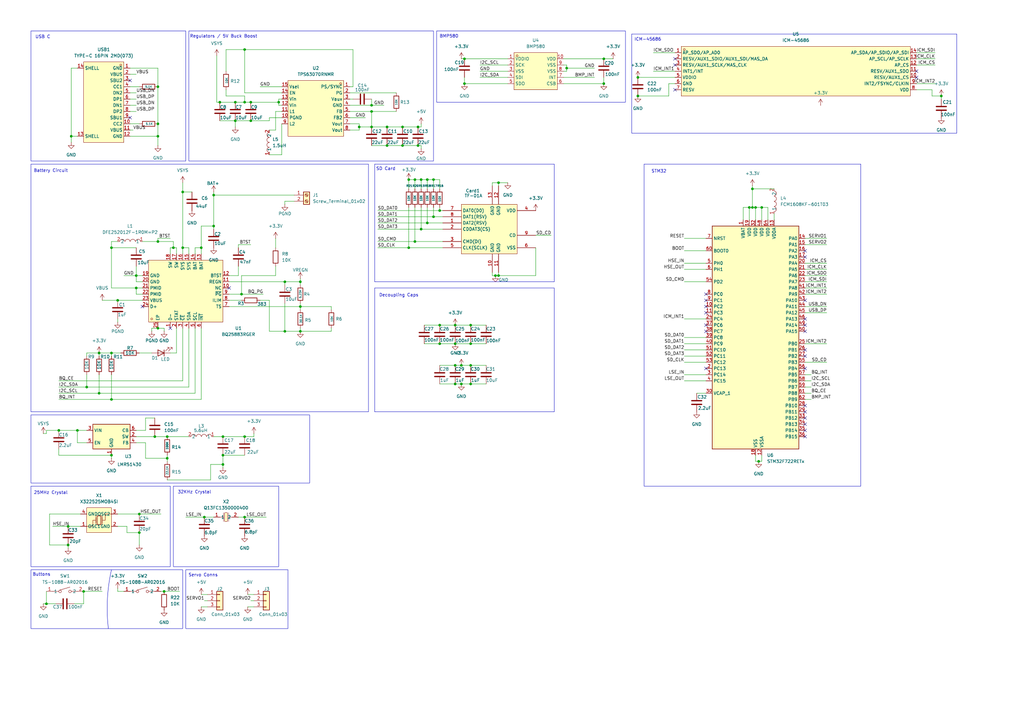
<source format=kicad_sch>
(kicad_sch (version 20250114) (generator "eeschema") (generator_version "9.0")
  (paper "A3")
  (lib_symbols
    (symbol "Connector:Screw_Terminal_01x02" (pin_names (offset 1.016) (hide yes))
      (property "Reference" "J" (at 0 2.54 0))
      (property "Value" "Screw_Terminal_01x02" (at 0 -5.08 0))
      (symbol "Screw_Terminal_01x02_1_1"
        (pin passive line (at -5.08 0 0) (length 3.81) (name "Pin_1") (number "1"))
        (pin passive line (at -5.08 -2.54 0) (length 3.81) (name "Pin_2") (number "2"))
      )
    )
    (symbol "Connector_Generic:Conn_01x03" (pin_names (offset 1.016) (hide yes))
      (property "Reference" "J" (at 0 5.08 0))
      (property "Value" "Conn_01x03" (at 0 -5.08 0))
      (symbol "Conn_01x03_1_1"
        (pin passive line (at -5.08 2.54 0) (length 3.81) (name "Pin_1") (number "1"))
        (pin passive line (at -5.08 0 0) (length 3.81) (name "Pin_2") (number "2"))
        (pin passive line (at -5.08 -2.54 0) (length 3.81) (name "Pin_3") (number "3"))
      )
    )
    (symbol "Device:C" (pin_numbers (hide yes)) (pin_names (offset 0.254))
      (property "Reference" "C" (at 0.635 2.54 0))
      (property "Value" "C" (at 0.635 -2.54 0))
      (symbol "C_1_1"
        (pin passive line (at 0 3.81 270) (length 2.794) (name "~") (number "1"))
        (pin passive line (at 0 -3.81 90) (length 2.794) (name "~") (number "2"))
      )
    )
    (symbol "Device:LED" (pin_numbers (hide yes)) (pin_names (offset 1.016) (hide yes))
      (property "Reference" "D" (at 0 2.54 0))
      (property "Value" "LED" (at 0 -2.54 0))
      (symbol "LED_1_1"
        (pin passive line (at -3.81 0 0) (length 2.54) (name "K") (number "1"))
        (pin passive line (at 3.81 0 180) (length 2.54) (name "A") (number "2"))
      )
    )
    (symbol "Device:R" (pin_numbers (hide yes)) (pin_names (offset 0))
      (property "Reference" "R" (at 2.032 0 90))
      (property "Value" "R" (at 0 0 90))
      (symbol "R_1_1"
        (pin passive line (at 0 3.81 270) (length 1.27) (name "~") (number "1"))
        (pin passive line (at 0 -3.81 90) (length 1.27) (name "~") (number "2"))
      )
    )
    (symbol "MCU_ST_STM32F7:STM32F722RETx"
      (property "Reference" "U" (at -17.78 46.99 0))
      (property "Value" "STM32F722RETx" (at 10.16 46.99 0))
      (symbol "STM32F722RETx_1_1"
        (pin input line (at -20.32 40.64 0) (length 2.54) (name "NRST") (number "7"))
        (pin input line (at -20.32 35.56 0) (length 2.54) (name "BOOT0") (number "60"))
        (pin bidirectional line (at -20.32 30.48 0) (length 2.54) (name "PH0") (number "5"))
        (pin bidirectional line (at -20.32 27.94 0) (length 2.54) (name "PH1") (number "6"))
        (pin bidirectional line (at -20.32 22.86 0) (length 2.54) (name "PD2") (number "54"))
        (pin bidirectional line (at -20.32 17.78 0) (length 2.54) (name "PC0") (number "8"))
        (pin bidirectional line (at -20.32 15.24 0) (length 2.54) (name "PC1") (number "9"))
        (pin bidirectional line (at -20.32 12.7 0) (length 2.54) (name "PC2") (number "10"))
        (pin bidirectional line (at -20.32 10.16 0) (length 2.54) (name "PC3") (number "11"))
        (pin bidirectional line (at -20.32 7.62 0) (length 2.54) (name "PC4") (number "24"))
        (pin bidirectional line (at -20.32 5.08 0) (length 2.54) (name "PC6") (number "37"))
        (pin bidirectional line (at -20.32 2.54 0) (length 2.54) (name "PC7") (number "38"))
        (pin bidirectional line (at -20.32 0 0) (length 2.54) (name "PC8") (number "39"))
        (pin bidirectional line (at -20.32 -2.54 0) (length 2.54) (name "PC9") (number "40"))
        (pin bidirectional line (at -20.32 -5.08 0) (length 2.54) (name "PC10") (number "51"))
        (pin bidirectional line (at -20.32 -7.62 0) (length 2.54) (name "PC11") (number "52"))
        (pin bidirectional line (at -20.32 -10.16 0) (length 2.54) (name "PC12") (number "53"))
        (pin bidirectional line (at -20.32 -12.7 0) (length 2.54) (name "PC13") (number "2"))
        (pin bidirectional line (at -20.32 -15.24 0) (length 2.54) (name "PC14") (number "3"))
        (pin bidirectional line (at -20.32 -17.78 0) (length 2.54) (name "PC15") (number "4"))
        (pin power_out line (at -20.32 -22.86 0) (length 2.54) (name "VCAP_1") (number "30"))
        (pin power_in line (at -5.08 48.26 270) (length 2.54) (name "VBAT") (number "1"))
        (pin power_in line (at -2.54 48.26 270) (length 2.54) (name "VDD") (number "19"))
        (pin power_in line (at 0 48.26 270) (length 2.54) (name "VDD") (number "32"))
        (pin power_in line (at 0 -48.26 90) (length 2.54) (name "VSS") (number "18"))
        (pin passive line (at 0 -48.26 90) (length 2.54) (hide yes) (name "VSS") (number "31"))
        (pin passive line (at 0 -48.26 90) (length 2.54) (hide yes) (name "VSS") (number "47"))
        (pin passive line (at 0 -48.26 90) (length 2.54) (hide yes) (name "VSS") (number "63"))
        (pin power_in line (at 2.54 48.26 270) (length 2.54) (name "VDD") (number "48"))
        (pin power_in line (at 2.54 -48.26 90) (length 2.54) (name "VSSA") (number "12"))
        (pin power_in line (at 5.08 48.26 270) (length 2.54) (name "VDD") (number "64"))
        (pin power_in line (at 7.62 48.26 270) (length 2.54) (name "VDDA") (number "13"))
        (pin bidirectional line (at 20.32 40.64 180) (length 2.54) (name "PA0") (number "14"))
        (pin bidirectional line (at 20.32 38.1 180) (length 2.54) (name "PA1") (number "15"))
        (pin bidirectional line (at 20.32 35.56 180) (length 2.54) (name "PA2") (number "16"))
        (pin bidirectional line (at 20.32 33.02 180) (length 2.54) (name "PA3") (number "17"))
        (pin bidirectional line (at 20.32 30.48 180) (length 2.54) (name "PA4") (number "20"))
        (pin bidirectional line (at 20.32 27.94 180) (length 2.54) (name "PA5") (number "21"))
        (pin bidirectional line (at 20.32 25.4 180) (length 2.54) (name "PA6") (number "22"))
        (pin bidirectional line (at 20.32 22.86 180) (length 2.54) (name "PA7") (number "23"))
        (pin bidirectional line (at 20.32 20.32 180) (length 2.54) (name "PA8") (number "41"))
        (pin bidirectional line (at 20.32 17.78 180) (length 2.54) (name "PA9") (number "42"))
        (pin bidirectional line (at 20.32 15.24 180) (length 2.54) (name "PA10") (number "43"))
        (pin bidirectional line (at 20.32 12.7 180) (length 2.54) (name "PA11") (number "44"))
        (pin bidirectional line (at 20.32 10.16 180) (length 2.54) (name "PA12") (number "45"))
        (pin bidirectional line (at 20.32 7.62 180) (length 2.54) (name "PA13") (number "46"))
        (pin bidirectional line (at 20.32 5.08 180) (length 2.54) (name "PA14") (number "49"))
        (pin bidirectional line (at 20.32 2.54 180) (length 2.54) (name "PA15") (number "50"))
        (pin bidirectional line (at 20.32 -2.54 180) (length 2.54) (name "PB0") (number "25"))
        (pin bidirectional line (at 20.32 -5.08 180) (length 2.54) (name "PB1") (number "26"))
        (pin bidirectional line (at 20.32 -7.62 180) (length 2.54) (name "PB2") (number "27"))
        (pin bidirectional line (at 20.32 -10.16 180) (length 2.54) (name "PB3") (number "55"))
        (pin bidirectional line (at 20.32 -12.7 180) (length 2.54) (name "PB4") (number "56"))
        (pin bidirectional line (at 20.32 -15.24 180) (length 2.54) (name "PB5") (number "57"))
        (pin bidirectional line (at 20.32 -17.78 180) (length 2.54) (name "PB6") (number "58"))
        (pin bidirectional line (at 20.32 -20.32 180) (length 2.54) (name "PB7") (number "59"))
        (pin bidirectional line (at 20.32 -22.86 180) (length 2.54) (name "PB8") (number "61"))
        (pin bidirectional line (at 20.32 -25.4 180) (length 2.54) (name "PB9") (number "62"))
        (pin bidirectional line (at 20.32 -27.94 180) (length 2.54) (name "PB10") (number "28"))
        (pin bidirectional line (at 20.32 -30.48 180) (length 2.54) (name "PB11") (number "29"))
        (pin bidirectional line (at 20.32 -33.02 180) (length 2.54) (name "PB12") (number "33"))
        (pin bidirectional line (at 20.32 -35.56 180) (length 2.54) (name "PB13") (number "34"))
        (pin bidirectional line (at 20.32 -38.1 180) (length 2.54) (name "PB14") (number "35"))
        (pin bidirectional line (at 20.32 -40.64 180) (length 2.54) (name "PB15") (number "36"))
      )
    )
    (symbol "Regulator_Switching:LMR51430"
      (property "Reference" "U" (at -7.62 6.35 0))
      (property "Value" "LMR51430" (at 0 6.35 0))
      (symbol "LMR51430_1_1"
        (pin power_in line (at -10.16 2.54 0) (length 2.54) (name "VIN") (number "3"))
        (pin input line (at -10.16 -2.54 0) (length 2.54) (name "EN") (number "5"))
        (pin power_in line (at 0 -7.62 90) (length 2.54) (name "GND") (number "1"))
        (pin passive line (at 10.16 2.54 180) (length 2.54) (name "CB") (number "6"))
        (pin power_out line (at 10.16 0 180) (length 2.54) (name "SW") (number "2"))
        (pin input line (at 10.16 -2.54 180) (length 2.54) (name "FB") (number "4"))
      )
    )
    (symbol "lcsc:BMP580"
      (property "Reference" "U" (at 0 10.16 0))
      (property "Value" "BMP580" (at 0 -10.16 0))
      (symbol "BMP580_0_1"
        (pin unspecified line (at -11.43 5.08 0) (length 2.54) (name "VDDIO") (number "1"))
        (pin unspecified line (at -11.43 2.54 0) (length 2.54) (name "SCK") (number "2"))
        (pin unspecified line (at -11.43 0 0) (length 2.54) (name "VSS") (number "3"))
        (pin unspecified line (at -11.43 -2.54 0) (length 2.54) (name "SDI") (number "4"))
        (pin unspecified line (at -11.43 -5.08 0) (length 2.54) (name "SDO") (number "5"))
        (pin unspecified line (at 11.43 5.08 180) (length 2.54) (name "VDD") (number "10"))
        (pin unspecified line (at 11.43 2.54 180) (length 2.54) (name "VSS") (number "9"))
        (pin unspecified line (at 11.43 0 180) (length 2.54) (name "VSS") (number "8"))
        (pin unspecified line (at 11.43 -2.54 180) (length 2.54) (name "INT") (number "7"))
        (pin unspecified line (at 11.43 -5.08 180) (length 2.54) (name "CSB") (number "6"))
      )
    )
    (symbol "lcsc:BQ25883RGER"
      (property "Reference" "U" (at 0 22.86 0))
      (property "Value" "BQ25883RGER" (at 0 -22.86 0))
      (symbol "BQ25883RGER_0_1"
        (pin unspecified line (at -15.24 11.43 0) (length 2.54) (name "EP") (number "25"))
        (pin unspecified line (at -15.24 6.35 0) (length 2.54) (name "D-") (number "1"))
        (pin unspecified line (at -15.24 3.81 0) (length 2.54) (name "STAT") (number "2"))
        (pin unspecified line (at -15.24 1.27 0) (length 2.54) (name "~{CE}") (number "3"))
        (pin unspecified line (at -15.24 -1.27 0) (length 2.54) (name "SDA") (number "4"))
        (pin unspecified line (at -15.24 -3.81 0) (length 2.54) (name "SCL") (number "5"))
        (pin unspecified line (at -15.24 -6.35 0) (length 2.54) (name "~{INT}") (number "6"))
        (pin unspecified line (at -6.35 17.78 270) (length 2.54) (name "D+") (number "24"))
        (pin unspecified line (at -6.35 -17.78 90) (length 2.54) (name "TS") (number "7"))
        (pin unspecified line (at -3.81 17.78 270) (length 2.54) (name "VBUS") (number "23"))
        (pin unspecified line (at -3.81 -17.78 90) (length 2.54) (name "ILIM") (number "8"))
        (pin unspecified line (at -1.27 17.78 270) (length 2.54) (name "PMID") (number "22"))
        (pin unspecified line (at -1.27 -17.78 90) (length 2.54) (name "~{PG}") (number "9"))
        (pin unspecified line (at 1.27 17.78 270) (length 2.54) (name "PMID") (number "21"))
        (pin unspecified line (at 1.27 -17.78 90) (length 2.54) (name "NC") (number "10"))
        (pin unspecified line (at 3.81 17.78 270) (length 2.54) (name "GND") (number "20"))
        (pin unspecified line (at 3.81 -17.78 90) (length 2.54) (name "REGN") (number "11"))
        (pin unspecified line (at 6.35 17.78 270) (length 2.54) (name "GND") (number "19"))
        (pin unspecified line (at 6.35 -17.78 90) (length 2.54) (name "BTST") (number "12"))
        (pin unspecified line (at 15.24 6.35 180) (length 2.54) (name "SW") (number "18"))
        (pin unspecified line (at 15.24 3.81 180) (length 2.54) (name "SW") (number "17"))
        (pin unspecified line (at 15.24 1.27 180) (length 2.54) (name "SYS") (number "16"))
        (pin unspecified line (at 15.24 -1.27 180) (length 2.54) (name "SYS") (number "15"))
        (pin unspecified line (at 15.24 -3.81 180) (length 2.54) (name "BAT") (number "14"))
        (pin unspecified line (at 15.24 -6.35 180) (length 2.54) (name "BAT") (number "13"))
      )
    )
    (symbol "lcsc:DFE252012F-1R0M=P2"
      (property "Reference" "L" (at 0 5.08 0))
      (property "Value" "DFE252012F-1R0M=P2" (at 0 -5.08 0))
      (symbol "DFE252012F-1R0M=P2_0_1"
        (pin unspecified line (at -5.08 0 0) (length 0.762) (name "1") (number "1"))
        (pin unspecified line (at 5.08 0 180) (length 0.762) (name "2") (number "2"))
      )
    )
    (symbol "lcsc:FCM1608KF-601T03"
      (property "Reference" "L" (at 0 5.08 0))
      (property "Value" "FCM1608KF-601T03" (at 0 -5.08 0))
      (symbol "FCM1608KF-601T03_0_1"
        (pin unspecified line (at -5.08 0 0) (length 0.762) (name "1") (number "1"))
        (pin unspecified line (at 5.08 0 180) (length 0.762) (name "2") (number "2"))
      )
    )
    (symbol "lcsc:ICM-45686"
      (property "Reference" "U" (at 0 12.7 0))
      (property "Value" "ICM-45686" (at 0 -12.7 0))
      (symbol "ICM-45686_0_1"
        (pin unspecified line (at -49.53 7.62 0) (length 2.54) (name "AP_SDO/AP_AD0") (number "1"))
        (pin unspecified line (at -49.53 5.08 0) (length 2.54) (name "RESV/AUX1_SDIO/AUX1_SDI/MAS_DA") (number "2"))
        (pin unspecified line (at -49.53 2.54 0) (length 2.54) (name "RESV/AUX1_SCLK/MAS_CLK") (number "3"))
        (pin unspecified line (at -49.53 0 0) (length 2.54) (name "INT1/INT") (number "4"))
        (pin unspecified line (at -49.53 -2.54 0) (length 2.54) (name "VDDIO") (number "5"))
        (pin unspecified line (at -49.53 -5.08 0) (length 2.54) (name "GND") (number "6"))
        (pin unspecified line (at -49.53 -7.62 0) (length 2.54) (name "RESV") (number "7"))
        (pin unspecified line (at 49.53 7.62 180) (length 2.54) (name "AP_SDA/AP_SDIO/AP_SDI") (number "14"))
        (pin unspecified line (at 49.53 5.08 180) (length 2.54) (name "AP_SCL/AP_SCLK") (number "13"))
        (pin unspecified line (at 49.53 2.54 180) (length 2.54) (name "AP_CS") (number "12"))
        (pin unspecified line (at 49.53 0 180) (length 2.54) (name "RESV/AUX1_SDO") (number "11"))
        (pin unspecified line (at 49.53 -2.54 180) (length 2.54) (name "RESV/AUX1_CS") (number "10"))
        (pin unspecified line (at 49.53 -5.08 180) (length 2.54) (name "INT2/FSYNC/CLKIN") (number "9"))
        (pin unspecified line (at 49.53 -7.62 180) (length 2.54) (name "VDD") (number "8"))
      )
    )
    (symbol "lcsc:Q13FC1350000400"
      (property "Reference" "X" (at 0 5.08 0))
      (property "Value" "Q13FC1350000400" (at 0 -5.08 0))
      (symbol "Q13FC1350000400_0_1"
        (pin unspecified line (at -5.08 0 0) (length 2.54) (name "1") (number "1"))
        (pin unspecified line (at 5.08 0 180) (length 2.54) (name "2") (number "2"))
      )
    )
    (symbol "lcsc:TF-01A"
      (property "Reference" "Card" (at 0 22.86 0))
      (property "Value" "TF-01A" (at 0 -22.86 0))
      (symbol "TF-01A_0_1"
        (pin bidirectional line (at -19.05 7.62 0) (length 7.62) (name "DAT0(D0)") (number "7"))
        (pin bidirectional line (at -19.05 5.08 0) (length 7.62) (name "DAT1(RSV)") (number "8"))
        (pin bidirectional line (at -19.05 2.54 0) (length 7.62) (name "DAT2(RSV)") (number "1"))
        (pin bidirectional line (at -19.05 0 0) (length 7.62) (name "CDDAT3(CS)") (number "2"))
        (pin input line (at -19.05 -5.08 0) (length 7.62) (name "CMD(DI)") (number "3"))
        (pin input line (at -19.05 -7.62 0) (length 7.62) (name "CLK(SCLK)") (number "5"))
        (pin input line (at 1.27 17.78 270) (length 7.62) (name "GND") (number "13"))
        (pin input line (at 1.27 -17.78 90) (length 7.62) (name "GND") (number "10"))
        (pin input line (at 3.81 17.78 270) (length 7.62) (name "GND") (number "12"))
        (pin input line (at 3.81 -17.78 90) (length 7.62) (name "GND") (number "11"))
        (pin input line (at 19.05 7.62 180) (length 7.62) (name "VDD") (number "4"))
        (pin input line (at 19.05 -2.54 180) (length 7.62) (name "CD") (number "9"))
        (pin input line (at 19.05 -7.62 180) (length 7.62) (name "VSS") (number "6"))
      )
    )
    (symbol "lcsc:TPS63070RNMR"
      (property "Reference" "U" (at 0 13.97 0))
      (property "Value" "TPS63070RNMR" (at 0 -13.97 0))
      (symbol "TPS63070RNMR_0_1"
        (pin unspecified line (at -13.97 8.89 0) (length 2.54) (name "PS/SYNC") (number "1"))
        (pin unspecified line (at -13.97 6.35 0) (length 2.54) (name "PG") (number "2"))
        (pin unspecified line (at -13.97 3.81 0) (length 2.54) (name "Vaux") (number "3"))
        (pin unspecified line (at -13.97 1.27 0) (length 2.54) (name "GND") (number "4"))
        (pin unspecified line (at -13.97 -1.27 0) (length 2.54) (name "FB") (number "5"))
        (pin unspecified line (at -13.97 -3.81 0) (length 2.54) (name "FB2") (number "6"))
        (pin unspecified line (at -13.97 -6.35 0) (length 2.54) (name "Vout") (number "7"))
        (pin unspecified line (at -13.97 -8.89 0) (length 2.54) (name "Vout") (number "8"))
        (pin unspecified line (at 13.97 8.89 180) (length 2.54) (name "Vsel") (number "15"))
        (pin unspecified line (at 13.97 6.35 180) (length 2.54) (name "EN") (number "14"))
        (pin unspecified line (at 13.97 3.81 180) (length 2.54) (name "Vin") (number "13"))
        (pin unspecified line (at 13.97 1.27 180) (length 2.54) (name "Vin") (number "12"))
        (pin unspecified line (at 13.97 -1.27 180) (length 2.54) (name "L1") (number "11"))
        (pin unspecified line (at 13.97 -3.81 180) (length 2.54) (name "PGND") (number "10"))
        (pin unspecified line (at 13.97 -6.35 180) (length 2.54) (name "L2") (number "9"))
      )
    )
    (symbol "lcsc:TS-1088-AR02016"
      (property "Reference" "SW" (at 0 5.08 0))
      (property "Value" "TS-1088-AR02016" (at 0 -5.08 0))
      (symbol "TS-1088-AR02016_0_1"
        (pin unspecified line (at -7.62 0 0) (length 2.54) (name "1") (number "1"))
        (pin unspecified line (at 7.62 0 180) (length 2.54) (name "2") (number "2"))
      )
    )
    (symbol "lcsc:TYPE-C16PIN2MD(073)"
      (property "Reference" "USB" (at 0 19.05 0))
      (property "Value" "TYPE-C 16PIN 2MD(073)" (at 0 -19.05 0))
      (symbol "TYPE-C16PIN2MD(073)_0_1"
        (pin unspecified line (at -11.43 13.97 0) (length 2.54) (name "GND") (number "1"))
        (pin unspecified line (at -11.43 11.43 0) (length 2.54) (name "VBUS") (number "2"))
        (pin unspecified line (at -11.43 8.89 0) (length 2.54) (name "SBU2") (number "3"))
        (pin unspecified line (at -11.43 6.35 0) (length 2.54) (name "CC1") (number "4"))
        (pin unspecified line (at -11.43 3.81 0) (length 2.54) (name "DN2") (number "5"))
        (pin unspecified line (at -11.43 1.27 0) (length 2.54) (name "DP1") (number "6"))
        (pin unspecified line (at -11.43 -1.27 0) (length 2.54) (name "DN1") (number "7"))
        (pin unspecified line (at -11.43 -3.81 0) (length 2.54) (name "DP2") (number "8"))
        (pin unspecified line (at -11.43 -6.35 0) (length 2.54) (name "SBU1") (number "9"))
        (pin unspecified line (at -11.43 -8.89 0) (length 2.54) (name "CC2") (number "10"))
        (pin unspecified line (at -11.43 -11.43 0) (length 2.54) (name "VBUS") (number "11"))
        (pin unspecified line (at -11.43 -13.97 0) (length 2.54) (name "GND") (number "12"))
        (pin unspecified line (at 10.16 13.97 180) (length 2.54) (name "SHELL") (number "14"))
        (pin unspecified line (at 10.16 -13.97 180) (length 2.54) (name "SHELL") (number "13"))
      )
    )
    (symbol "lcsc:X322525MOB4SI"
      (property "Reference" "X" (at 0 7.62 0))
      (property "Value" "X322525MOB4SI" (at 0 -7.62 0))
      (symbol "X322525MOB4SI_0_1"
        (pin unspecified line (at -7.62 2.54 0) (length 2.54) (name "GND") (number "4"))
        (pin unspecified line (at -7.62 -2.54 0) (length 2.54) (name "OSC1") (number "1"))
        (pin unspecified line (at 7.62 2.54 180) (length 2.54) (name "OSC2") (number "3"))
        (pin unspecified line (at 7.62 -2.54 180) (length 2.54) (name "GND") (number "2"))
      )
    )
    (symbol "lcsc:YHNR3015-5R6M"
      (property "Reference" "L" (at 0 5.08 0))
      (property "Value" "YHNR3015-5R6M" (at 0 -5.08 0))
      (symbol "YHNR3015-5R6M_0_1"
        (pin unspecified line (at -5.08 0 0) (length 1.016) (name "1") (number "1"))
        (pin unspecified line (at 5.08 0 180) (length 1.016) (name "2") (number "2"))
      )
    )
    (symbol "power:+3.3V" (power) (pin_numbers (hide yes)) (pin_names (offset 0) (hide yes))
      (property "Value" "+3.3V" (at 0 3.556 0))
      (symbol "+3.3V_1_1"
        (pin power_in line (at 0 0 90) (length 0) (name "~") (number "1"))
      )
    )
    (symbol "power:+3V3" (power) (pin_numbers (hide yes)) (pin_names (offset 0) (hide yes))
      (property "Value" "+3V3" (at 0 3.556 0))
      (symbol "+3V3_1_1"
        (pin power_in line (at 0 0 90) (length 0) (name "~") (number "1"))
      )
    )
    (symbol "power:+5V" (power) (pin_numbers (hide yes)) (pin_names (offset 0) (hide yes))
      (property "Value" "+5V" (at 0 3.556 0))
      (symbol "+5V_1_1"
        (pin power_in line (at 0 0 90) (length 0) (name "~") (number "1"))
      )
    )
    (symbol "power:GND" (power) (pin_numbers (hide yes)) (pin_names (offset 0) (hide yes))
      (property "Value" "GND" (at 0 -3.81 0))
      (symbol "GND_1_1"
        (pin power_in line (at 0 0 270) (length 0) (name "~") (number "1"))
      )
    )
    (symbol "power:GND1" (power) (pin_numbers (hide yes)) (pin_names (offset 0) (hide yes))
      (property "Value" "GND1" (at 0 -3.81 0))
      (symbol "GND1_1_1"
        (pin power_in line (at 0 0 270) (length 0) (name "~") (number "1"))
      )
    )
    (symbol "power:VBUS" (power) (pin_numbers (hide yes)) (pin_names (offset 0) (hide yes))
      (property "Value" "VBUS" (at 0 3.556 0))
      (symbol "VBUS_1_1"
        (pin power_in line (at 0 0 90) (length 0) (name "~") (number "1"))
      )
    )
    (symbol "power:VCC" (power) (pin_numbers (hide yes)) (pin_names (offset 0) (hide yes))
      (property "Value" "VCC" (at 0 3.556 0))
      (symbol "VCC_1_1"
        (pin power_in line (at 0 0 90) (length 0) (name "~") (number "1"))
      )
    )
  )
  (rectangle (start 153.67 118.11) (end 227.33 168.91))
  (rectangle (start 153.67 67.31) (end 227.33 115.57))
  (rectangle (start 77.47 12.7) (end 177.8 66.04))
  (rectangle (start 12.7 12.7) (end 76.2 66.04))
  (rectangle (start 179.07 12.7) (end 256.54 41.91))
  (rectangle (start 12.7 67.31) (end 151.13 168.91))
  (rectangle (start 12.7 199.39) (end 69.85 232.41))
  (rectangle (start 12.7 170.18) (end 127 198.12))
  (rectangle (start 259.08 13.97) (end 392.43 54.61))
  (arc (start 44.45 257.81) (mid 44.0585 245.691) (end 45.72 233.68))
  (rectangle (start 71.12 199.39) (end 114.3 232.41))
  (rectangle (start 264.16 67.31) (end 353.06 199.39))
  (rectangle (start 12.7 233.68) (end 74.93 257.81))
  (rectangle (start 76.2 233.68) (end 118.11 257.81))
  (text "Decoupling Caps" (at 163.576 121.158 0) (effects (font (size 1.27 1.27))))
  (text "32KHz Crystal" (at 79.756 201.93 0) (effects (font (size 1.27 1.27))))
  (text "ICM-45686\n" (at 265.684 16.256 0) (effects (font (size 1.27 1.27))))
  (text "Battery Circuit" (at 20.828 70.104 0) (effects (font (size 1.27 1.27))))
  (text "SD Card\n" (at 158.242 69.342 0) (effects (font (size 1.27 1.27))))
  (text "BMP580\n" (at 184.15 14.986 0) (effects (font (size 1.27 1.27))))
  (text "Regulators / 5V Buck Boost\n" (at 91.694 14.986 0) (effects (font (size 1.27 1.27))))
  (text "USB C " (at 18.034 15.24 0) (effects (font (size 1.27 1.27))))
  (text "Buttons\n" (at 17.018 235.712 0) (effects (font (size 1.27 1.27))))
  (text "25MHz Crystal" (at 20.828 202.184 0) (effects (font (size 1.27 1.27))))
  (text "Servo Conns\n" (at 83.312 235.966 0) (effects (font (size 1.27 1.27))))
  (text "STM32" (at 270.256 70.358 0) (effects (font (size 1.27 1.27))))
  (junction (at 74.93 101.6))
  (junction (at 48.26 123.19))
  (junction (at 177.8 73.66))
  (junction (at 68.58 179.07))
  (junction (at 171.45 59.69))
  (junction (at 204.47 74.93))
  (junction (at 186.69 149.86))
  (junction (at 19.05 247.65))
  (junction (at 64.77 134.62))
  (junction (at 172.72 93.98))
  (junction (at 91.44 190.5))
  (junction (at 57.15 218.44))
  (junction (at 74.93 78.74))
  (junction (at 123.19 125.73))
  (junction (at 67.31 242.57))
  (junction (at 64.77 50.8))
  (junction (at 165.1 52.07))
  (junction (at 82.55 101.6))
  (junction (at 99.06 120.65))
  (junction (at 102.87 41.91))
  (junction (at 190.5 34.29))
  (junction (at 312.42 85.09))
  (junction (at 147.32 52.07))
  (junction (at 45.72 101.6))
  (junction (at 311.15 189.23))
  (junction (at 123.19 135.89))
  (junction (at 152.4 45.72))
  (junction (at 177.8 88.9))
  (junction (at 45.72 163.83))
  (junction (at 40.64 144.78))
  (junction (at 247.65 34.29))
  (junction (at 91.44 186.69))
  (junction (at 203.2 113.03))
  (junction (at 87.63 80.01))
  (junction (at 193.04 133.35))
  (junction (at 100.33 212.09))
  (junction (at 247.65 24.13))
  (junction (at 96.52 41.91))
  (junction (at 170.18 73.66))
  (junction (at 55.88 113.03))
  (junction (at 152.4 52.07))
  (junction (at 186.69 140.97))
  (junction (at 186.69 157.48))
  (junction (at 64.77 35.56))
  (junction (at 27.94 215.9))
  (junction (at 170.18 99.06))
  (junction (at 64.77 55.88))
  (junction (at 193.04 149.86))
  (junction (at 180.34 140.97))
  (junction (at 55.88 118.11))
  (junction (at 40.64 161.29))
  (junction (at 116.84 135.89))
  (junction (at 261.62 39.37))
  (junction (at 68.58 187.96))
  (junction (at 114.3 41.91))
  (junction (at 35.56 158.75))
  (junction (at 386.08 39.37))
  (junction (at 152.4 43.18))
  (junction (at 31.75 176.53))
  (junction (at 193.04 140.97))
  (junction (at 45.72 186.69))
  (junction (at 96.52 49.53))
  (junction (at 189.23 157.48))
  (junction (at 100.33 41.91))
  (junction (at 158.75 59.69))
  (junction (at 189.23 149.86))
  (junction (at 87.63 92.71))
  (junction (at 90.17 41.91))
  (junction (at 308.61 85.09))
  (junction (at 307.34 85.09))
  (junction (at 24.13 176.53))
  (junction (at 27.94 223.52))
  (junction (at 167.64 73.66))
  (junction (at 190.5 24.13))
  (junction (at 309.88 85.09))
  (junction (at 204.47 113.03))
  (junction (at 29.21 55.88))
  (junction (at 116.84 115.57))
  (junction (at 158.75 52.07))
  (junction (at 232.41 27.94))
  (junction (at 186.69 133.35))
  (junction (at 100.33 179.07))
  (junction (at 165.1 59.69))
  (junction (at 91.44 179.07))
  (junction (at 172.72 73.66))
  (junction (at 175.26 91.44))
  (junction (at 175.26 73.66))
  (junction (at 123.19 115.57))
  (junction (at 180.34 86.36))
  (junction (at 308.61 77.47))
  (junction (at 45.72 144.78))
  (junction (at 71.12 101.6))
  (junction (at 83.82 212.09))
  (junction (at 100.33 20.32))
  (junction (at 167.64 101.6))
  (junction (at 261.62 31.75))
  (junction (at 102.87 49.53))
  (junction (at 63.5 179.07))
  (junction (at 57.15 210.82))
  (junction (at 171.45 52.07))
  (junction (at 193.04 157.48))
  (junction (at 34.29 242.57))
  (junction (at 64.77 99.06))
  (junction (at 180.34 133.35))
  (no_connect (at 276.86 26.67))
  (no_connect (at 330.2 133.35))
  (no_connect (at 330.2 123.19))
  (no_connect (at 289.56 151.13))
  (no_connect (at 289.56 135.89))
  (no_connect (at 276.86 24.13))
  (no_connect (at 93.98 118.11))
  (no_connect (at 289.56 133.35))
  (no_connect (at 53.34 48.26))
  (no_connect (at 289.56 125.73))
  (no_connect (at 289.56 123.19))
  (no_connect (at 276.86 36.83))
  (no_connect (at 330.2 151.13))
  (no_connect (at 69.85 134.62))
  (no_connect (at 375.92 29.21))
  (no_connect (at 375.92 31.75))
  (no_connect (at 330.2 135.89))
  (no_connect (at 289.56 128.27))
  (no_connect (at 330.2 179.07))
  (no_connect (at 330.2 143.51))
  (no_connect (at 330.2 171.45))
  (no_connect (at 53.34 33.02))
  (no_connect (at 330.2 146.05))
  (no_connect (at 330.2 173.99))
  (no_connect (at 330.2 130.81))
  (no_connect (at 330.2 105.41))
  (no_connect (at 58.42 125.73))
  (no_connect (at 330.2 176.53))
  (no_connect (at 289.56 120.65))
  (no_connect (at 330.2 102.87))
  (no_connect (at 330.2 168.91))
  (no_connect (at 330.2 166.37))
  (wire (pts (xy 152.4 52.07) (xy 158.75 52.07)))
  (wire (pts (xy 147.32 52.07) (xy 147.32 53.34)))
  (wire (pts (xy 175.26 91.44) (xy 181.61 91.44)))
  (wire (pts (xy 31.75 181.61) (xy 31.75 176.53)))
  (wire (pts (xy 167.64 101.6) (xy 181.61 101.6)))
  (wire (pts (xy 55.88 115.57) (xy 55.88 113.03)))
  (wire (pts (xy 72.39 134.62) (xy 72.39 144.78)))
  (wire (pts (xy 77.47 104.14) (xy 77.47 101.6)))
  (wire (pts (xy 120.65 82.55) (xy 116.84 82.55)))
  (wire (pts (xy 45.72 186.69) (xy 45.72 187.96)))
  (wire (pts (xy 177.8 73.66) (xy 175.26 73.66)))
  (wire (pts (xy 97.79 100.33) (xy 102.87 100.33)))
  (wire (pts (xy 123.19 135.89) (xy 123.19 134.62)))
  (wire (pts (xy 280.67 110.49) (xy 289.56 110.49)))
  (wire (pts (xy 114.3 43.18) (xy 115.57 43.18)))
  (wire (pts (xy 100.33 212.09) (xy 109.22 212.09)))
  (wire (pts (xy 106.68 35.56) (xy 115.57 35.56)))
  (wire (pts (xy 29.21 55.88) (xy 29.21 58.42)))
  (wire (pts (xy 231.14 31.75) (xy 243.84 31.75)))
  (wire (pts (xy 180.34 86.36) (xy 181.61 86.36)))
  (wire (pts (xy 77.47 158.75) (xy 35.56 158.75)))
  (wire (pts (xy 87.63 78.74) (xy 87.63 80.01)))
  (wire (pts (xy 45.72 144.78) (xy 45.72 146.05)))
  (wire (pts (xy 186.69 140.97) (xy 193.04 140.97)))
  (wire (pts (xy 154.94 99.06) (xy 170.18 99.06)))
  (wire (pts (xy 59.69 187.96) (xy 68.58 187.96)))
  (wire (pts (xy 280.67 138.43) (xy 289.56 138.43)))
  (wire (pts (xy 99.06 120.65) (xy 99.06 113.03)))
  (wire (pts (xy 58.42 115.57) (xy 55.88 115.57)))
  (wire (pts (xy 106.68 123.19) (xy 110.49 123.19)))
  (wire (pts (xy 201.93 113.03) (xy 203.2 113.03)))
  (wire (pts (xy 312.42 85.09) (xy 312.42 90.17)))
  (wire (pts (xy 115.57 40.64) (xy 114.3 40.64)))
  (wire (pts (xy 102.87 246.38) (xy 104.14 246.38)))
  (wire (pts (xy 100.33 20.32) (xy 144.78 20.32)))
  (wire (pts (xy 45.72 99.06) (xy 48.26 99.06)))
  (wire (pts (xy 280.67 115.57) (xy 289.56 115.57)))
  (wire (pts (xy 113.03 45.72) (xy 115.57 45.72)))
  (wire (pts (xy 90.17 41.91) (xy 96.52 41.91)))
  (wire (pts (xy 40.64 161.29) (xy 24.13 161.29)))
  (wire (pts (xy 96.52 49.53) (xy 96.52 52.07)))
  (wire (pts (xy 35.56 146.05) (xy 35.56 144.78)))
  (wire (pts (xy 193.04 157.48) (xy 199.39 157.48)))
  (wire (pts (xy 170.18 73.66) (xy 167.64 73.66)))
  (wire (pts (xy 247.65 24.13) (xy 251.46 24.13)))
  (wire (pts (xy 116.84 124.46) (xy 116.84 135.89)))
  (wire (pts (xy 382.27 39.37) (xy 382.27 36.83)))
  (wire (pts (xy 375.92 34.29) (xy 383.54 34.29)))
  (wire (pts (xy 304.8 85.09) (xy 304.8 90.17)))
  (wire (pts (xy 330.2 107.95) (xy 339.09 107.95)))
  (wire (pts (xy 231.14 26.67) (xy 232.41 26.67)))
  (wire (pts (xy 99.06 120.65) (xy 107.95 120.65)))
  (wire (pts (xy 48.26 242.57) (xy 50.8 242.57)))
  (wire (pts (xy 309.88 189.23) (xy 311.15 189.23)))
  (wire (pts (xy 68.58 179.07) (xy 77.47 179.07)))
  (wire (pts (xy 219.71 96.52) (xy 226.06 96.52)))
  (wire (pts (xy 189.23 24.13) (xy 190.5 24.13)))
  (wire (pts (xy 113.03 113.03) (xy 113.03 109.22)))
  (wire (pts (xy 82.55 92.71) (xy 87.63 92.71)))
  (wire (pts (xy 74.93 156.21) (xy 24.13 156.21)))
  (wire (pts (xy 33.02 210.82) (xy 20.32 210.82)))
  (wire (pts (xy 267.97 29.21) (xy 276.86 29.21)))
  (wire (pts (xy 53.34 40.64) (xy 55.88 40.64)))
  (wire (pts (xy 82.55 101.6) (xy 82.55 104.14)))
  (wire (pts (xy 177.8 88.9) (xy 181.61 88.9)))
  (wire (pts (xy 59.69 176.53) (xy 59.69 171.45)))
  (wire (pts (xy 69.85 104.14) (xy 69.85 101.6)))
  (wire (pts (xy 53.34 30.48) (xy 55.88 30.48)))
  (wire (pts (xy 330.2 148.59) (xy 339.09 148.59)))
  (wire (pts (xy 20.32 210.82) (xy 20.32 223.52)))
  (wire (pts (xy 68.58 187.96) (xy 68.58 186.69)))
  (wire (pts (xy 113.03 53.34) (xy 113.03 45.72)))
  (wire (pts (xy 57.15 218.44) (xy 57.15 223.52)))
  (wire (pts (xy 123.19 124.46) (xy 123.19 125.73)))
  (wire (pts (xy 193.04 140.97) (xy 199.39 140.97)))
  (wire (pts (xy 68.58 196.85) (xy 86.36 196.85)))
  (wire (pts (xy 22.86 247.65) (xy 19.05 247.65)))
  (wire (pts (xy 172.72 50.8) (xy 172.72 52.07)))
  (wire (pts (xy 308.61 77.47) (xy 317.5 77.47)))
  (wire (pts (xy 172.72 93.98) (xy 181.61 93.98)))
  (wire (pts (xy 330.2 113.03) (xy 339.09 113.03)))
  (wire (pts (xy 88.9 41.91) (xy 90.17 41.91)))
  (wire (pts (xy 172.72 73.66) (xy 170.18 73.66)))
  (wire (pts (xy 91.44 186.69) (xy 91.44 190.5)))
  (wire (pts (xy 330.2 100.33) (xy 339.09 100.33)))
  (wire (pts (xy 116.84 115.57) (xy 123.19 115.57)))
  (wire (pts (xy 382.27 36.83) (xy 375.92 36.83)))
  (wire (pts (xy 50.8 113.03) (xy 55.88 113.03)))
  (wire (pts (xy 201.93 76.2) (xy 201.93 74.93)))
  (wire (pts (xy 71.12 101.6) (xy 72.39 101.6)))
  (wire (pts (xy 143.51 48.26) (xy 149.86 48.26)))
  (wire (pts (xy 55.88 179.07) (xy 63.5 179.07)))
  (wire (pts (xy 386.08 39.37) (xy 386.08 40.64)))
  (wire (pts (xy 71.12 99.06) (xy 64.77 99.06)))
  (wire (pts (xy 17.78 177.8) (xy 19.05 177.8)))
  (wire (pts (xy 147.32 53.34) (xy 143.51 53.34)))
  (wire (pts (xy 68.58 187.96) (xy 68.58 189.23)))
  (wire (pts (xy 66.04 242.57) (xy 67.31 242.57)))
  (wire (pts (xy 175.26 85.09) (xy 175.26 91.44)))
  (wire (pts (xy 204.47 111.76) (xy 204.47 113.03)))
  (wire (pts (xy 330.2 128.27) (xy 339.09 128.27)))
  (wire (pts (xy 82.55 101.6) (xy 82.55 92.71)))
  (wire (pts (xy 330.2 118.11) (xy 339.09 118.11)))
  (wire (pts (xy 86.36 190.5) (xy 91.44 190.5)))
  (wire (pts (xy 247.65 31.75) (xy 247.65 34.29)))
  (wire (pts (xy 80.01 104.14) (xy 80.01 101.6)))
  (wire (pts (xy 180.34 157.48) (xy 186.69 157.48)))
  (wire (pts (xy 35.56 158.75) (xy 24.13 158.75)))
  (wire (pts (xy 35.56 153.67) (xy 35.56 158.75)))
  (wire (pts (xy 314.96 90.17) (xy 314.96 85.09)))
  (wire (pts (xy 31.75 176.53) (xy 35.56 176.53)))
  (wire (pts (xy 143.51 40.64) (xy 144.78 40.64)))
  (wire (pts (xy 69.85 144.78) (xy 72.39 144.78)))
  (wire (pts (xy 34.29 242.57) (xy 41.91 242.57)))
  (wire (pts (xy 115.57 50.8) (xy 115.57 63.5)))
  (wire (pts (xy 45.72 101.6) (xy 55.88 101.6)))
  (wire (pts (xy 20.32 223.52) (xy 27.94 223.52)))
  (wire (pts (xy 280.67 140.97) (xy 289.56 140.97)))
  (wire (pts (xy 100.33 179.07) (xy 104.14 179.07)))
  (wire (pts (xy 77.47 101.6) (xy 74.93 101.6)))
  (wire (pts (xy 144.78 35.56) (xy 143.51 35.56)))
  (wire (pts (xy 154.94 86.36) (xy 180.34 86.36)))
  (wire (pts (xy 87.63 92.71) (xy 87.63 93.98)))
  (wire (pts (xy 309.88 85.09) (xy 309.88 90.17)))
  (wire (pts (xy 64.77 97.79) (xy 64.77 99.06)))
  (wire (pts (xy 88.9 22.86) (xy 88.9 41.91)))
  (wire (pts (xy 35.56 144.78) (xy 40.64 144.78)))
  (wire (pts (xy 48.26 241.3) (xy 48.26 242.57)))
  (wire (pts (xy 152.4 40.64) (xy 152.4 43.18)))
  (wire (pts (xy 154.94 91.44) (xy 175.26 91.44)))
  (wire (pts (xy 123.19 114.3) (xy 123.19 115.57)))
  (wire (pts (xy 154.94 101.6) (xy 167.64 101.6)))
  (wire (pts (xy 189.23 149.86) (xy 193.04 149.86)))
  (wire (pts (xy 110.49 49.53) (xy 110.49 48.26)))
  (wire (pts (xy 152.4 45.72) (xy 143.51 45.72)))
  (wire (pts (xy 114.3 41.91) (xy 114.3 43.18)))
  (wire (pts (xy 49.53 144.78) (xy 45.72 144.78)))
  (wire (pts (xy 116.84 135.89) (xy 123.19 135.89)))
  (wire (pts (xy 115.57 38.1) (xy 100.33 38.1)))
  (wire (pts (xy 55.88 118.11) (xy 45.72 118.11)))
  (wire (pts (xy 330.2 156.21) (xy 332.74 156.21)))
  (wire (pts (xy 173.99 140.97) (xy 180.34 140.97)))
  (wire (pts (xy 101.6 248.92) (xy 104.14 248.92)))
  (wire (pts (xy 34.29 247.65) (xy 34.29 242.57)))
  (wire (pts (xy 116.84 82.55) (xy 116.84 83.82)))
  (wire (pts (xy 41.91 123.19) (xy 48.26 123.19)))
  (wire (pts (xy 55.88 109.22) (xy 55.88 113.03)))
  (wire (pts (xy 74.93 101.6) (xy 74.93 104.14)))
  (wire (pts (xy 76.2 212.09) (xy 83.82 212.09)))
  (wire (pts (xy 196.85 31.75) (xy 208.28 31.75)))
  (wire (pts (xy 165.1 52.07) (xy 171.45 52.07)))
  (wire (pts (xy 100.33 41.91) (xy 102.87 41.91)))
  (wire (pts (xy 172.72 59.69) (xy 172.72 60.96)))
  (wire (pts (xy 63.5 179.07) (xy 68.58 179.07)))
  (wire (pts (xy 19.05 247.65) (xy 19.05 242.57)))
  (wire (pts (xy 21.59 215.9) (xy 27.94 215.9)))
  (wire (pts (xy 274.32 34.29) (xy 276.86 34.29)))
  (wire (pts (xy 280.67 148.59) (xy 289.56 148.59)))
  (wire (pts (xy 180.34 140.97) (xy 186.69 140.97)))
  (wire (pts (xy 110.49 63.5) (xy 115.57 63.5)))
  (wire (pts (xy 204.47 74.93) (xy 204.47 76.2)))
  (wire (pts (xy 190.5 24.13) (xy 208.28 24.13)))
  (wire (pts (xy 113.03 97.79) (xy 113.03 101.6)))
  (wire (pts (xy 101.6 243.84) (xy 104.14 243.84)))
  (wire (pts (xy 330.2 140.97) (xy 339.09 140.97)))
  (wire (pts (xy 69.85 101.6) (xy 71.12 101.6)))
  (wire (pts (xy 64.77 50.8) (xy 64.77 55.88)))
  (wire (pts (xy 86.36 196.85) (xy 86.36 190.5)))
  (wire (pts (xy 120.65 80.01) (xy 87.63 80.01)))
  (wire (pts (xy 144.78 20.32) (xy 144.78 35.56)))
  (wire (pts (xy 116.84 115.57) (xy 116.84 116.84)))
  (wire (pts (xy 64.77 35.56) (xy 64.77 50.8)))
  (wire (pts (xy 64.77 55.88) (xy 53.34 55.88)))
  (wire (pts (xy 180.34 149.86) (xy 186.69 149.86)))
  (wire (pts (xy 92.71 39.37) (xy 100.33 39.37)))
  (wire (pts (xy 154.94 88.9) (xy 177.8 88.9)))
  (wire (pts (xy 55.88 181.61) (xy 59.69 181.61)))
  (wire (pts (xy 114.3 40.64) (xy 114.3 41.91)))
  (wire (pts (xy 29.21 55.88) (xy 31.75 55.88)))
  (wire (pts (xy 91.44 179.07) (xy 100.33 179.07)))
  (wire (pts (xy 96.52 49.53) (xy 102.87 49.53)))
  (wire (pts (xy 170.18 99.06) (xy 181.61 99.06)))
  (wire (pts (xy 48.26 215.9) (xy 52.07 215.9)))
  (wire (pts (xy 29.21 27.94) (xy 29.21 55.88)))
  (wire (pts (xy 64.77 99.06) (xy 58.42 99.06)))
  (wire (pts (xy 175.26 73.66) (xy 175.26 77.47)))
  (wire (pts (xy 110.49 53.34) (xy 113.03 53.34)))
  (wire (pts (xy 280.67 153.67) (xy 289.56 153.67)))
  (wire (pts (xy 82.55 163.83) (xy 45.72 163.83)))
  (wire (pts (xy 72.39 101.6) (xy 72.39 104.14)))
  (wire (pts (xy 53.34 50.8) (xy 57.15 50.8)))
  (wire (pts (xy 307.34 85.09) (xy 304.8 85.09)))
  (wire (pts (xy 309.88 186.69) (xy 309.88 189.23)))
  (wire (pts (xy 330.2 110.49) (xy 339.09 110.49)))
  (wire (pts (xy 82.55 243.84) (xy 85.09 243.84)))
  (wire (pts (xy 27.94 215.9) (xy 33.02 215.9)))
  (wire (pts (xy 87.63 80.01) (xy 87.63 92.71)))
  (wire (pts (xy 382.27 39.37) (xy 386.08 39.37)))
  (wire (pts (xy 93.98 113.03) (xy 97.79 113.03)))
  (wire (pts (xy 40.64 144.78) (xy 40.64 146.05)))
  (wire (pts (xy 203.2 113.03) (xy 204.47 113.03)))
  (wire (pts (xy 93.98 123.19) (xy 99.06 123.19)))
  (wire (pts (xy 92.71 36.83) (xy 92.71 39.37)))
  (wire (pts (xy 135.89 127) (xy 135.89 125.73)))
  (wire (pts (xy 74.93 78.74) (xy 74.93 101.6)))
  (wire (pts (xy 45.72 186.69) (xy 24.13 186.69)))
  (wire (pts (xy 309.88 85.09) (xy 308.61 85.09)))
  (wire (pts (xy 96.52 41.91) (xy 100.33 41.91)))
  (wire (pts (xy 172.72 52.07) (xy 171.45 52.07)))
  (wire (pts (xy 45.72 163.83) (xy 24.13 163.83)))
  (wire (pts (xy 189.23 157.48) (xy 193.04 157.48)))
  (wire (pts (xy 74.93 78.74) (xy 78.74 78.74)))
  (wire (pts (xy 80.01 161.29) (xy 40.64 161.29)))
  (wire (pts (xy 64.77 27.94) (xy 64.77 35.56)))
  (wire (pts (xy 97.79 100.33) (xy 97.79 101.6)))
  (wire (pts (xy 201.93 74.93) (xy 204.47 74.93)))
  (wire (pts (xy 53.34 43.18) (xy 55.88 43.18)))
  (wire (pts (xy 190.5 31.75) (xy 190.5 34.29)))
  (wire (pts (xy 53.34 38.1) (xy 55.88 38.1)))
  (wire (pts (xy 123.19 135.89) (xy 135.89 135.89)))
  (wire (pts (xy 143.51 50.8) (xy 147.32 50.8)))
  (wire (pts (xy 196.85 29.21) (xy 208.28 29.21)))
  (wire (pts (xy 24.13 176.53) (xy 31.75 176.53)))
  (wire (pts (xy 308.61 85.09) (xy 307.34 85.09)))
  (wire (pts (xy 45.72 153.67) (xy 45.72 163.83)))
  (wire (pts (xy 57.15 210.82) (xy 66.04 210.82)))
  (wire (pts (xy 59.69 171.45) (xy 63.5 171.45)))
  (wire (pts (xy 232.41 27.94) (xy 232.41 29.21)))
  (wire (pts (xy 97.79 212.09) (xy 100.33 212.09)))
  (wire (pts (xy 102.87 41.91) (xy 114.3 41.91)))
  (wire (pts (xy 167.64 73.66) (xy 167.64 77.47)))
  (wire (pts (xy 83.82 212.09) (xy 87.63 212.09)))
  (wire (pts (xy 74.93 74.93) (xy 74.93 78.74)))
  (wire (pts (xy 330.2 125.73) (xy 339.09 125.73)))
  (wire (pts (xy 93.98 115.57) (xy 116.84 115.57)))
  (wire (pts (xy 330.2 120.65) (xy 339.09 120.65)))
  (wire (pts (xy 280.67 97.79) (xy 289.56 97.79)))
  (wire (pts (xy 104.14 179.07) (xy 104.14 177.8)))
  (wire (pts (xy 375.92 21.59) (xy 383.54 21.59)))
  (wire (pts (xy 280.67 146.05) (xy 289.56 146.05)))
  (wire (pts (xy 196.85 26.67) (xy 208.28 26.67)))
  (wire (pts (xy 53.34 53.34) (xy 54.61 53.34)))
  (wire (pts (xy 193.04 133.35) (xy 199.39 133.35)))
  (wire (pts (xy 80.01 134.62) (xy 80.01 161.29)))
  (wire (pts (xy 64.77 55.88) (xy 64.77 59.69)))
  (wire (pts (xy 82.55 134.62) (xy 82.55 163.83)))
  (wire (pts (xy 90.17 49.53) (xy 96.52 49.53)))
  (wire (pts (xy 312.42 85.09) (xy 309.88 85.09)))
  (wire (pts (xy 280.67 107.95) (xy 289.56 107.95)))
  (wire (pts (xy 143.51 38.1) (xy 162.56 38.1)))
  (wire (pts (xy 100.33 20.32) (xy 92.71 20.32)))
  (wire (pts (xy 45.72 118.11) (xy 45.72 101.6)))
  (wire (pts (xy 31.75 27.94) (xy 29.21 27.94)))
  (wire (pts (xy 58.42 120.65) (xy 55.88 120.65)))
  (wire (pts (xy 307.34 85.09) (xy 307.34 90.17)))
  (wire (pts (xy 330.2 158.75) (xy 332.74 158.75)))
  (wire (pts (xy 172.72 85.09) (xy 172.72 93.98)))
  (wire (pts (xy 99.06 113.03) (xy 113.03 113.03)))
  (wire (pts (xy 135.89 135.89) (xy 135.89 134.62)))
  (wire (pts (xy 180.34 85.09) (xy 180.34 86.36)))
  (wire (pts (xy 280.67 130.81) (xy 289.56 130.81)))
  (wire (pts (xy 204.47 113.03) (xy 219.71 113.03)))
  (wire (pts (xy 330.2 115.57) (xy 339.09 115.57)))
  (wire (pts (xy 110.49 123.19) (xy 110.49 135.89)))
  (wire (pts (xy 330.2 161.29) (xy 332.74 161.29)))
  (wire (pts (xy 311.15 189.23) (xy 312.42 189.23)))
  (wire (pts (xy 45.72 101.6) (xy 45.72 99.06)))
  (wire (pts (xy 170.18 73.66) (xy 170.18 77.47)))
  (wire (pts (xy 177.8 85.09) (xy 177.8 88.9)))
  (wire (pts (xy 204.47 74.93) (xy 208.28 74.93)))
  (wire (pts (xy 285.75 161.29) (xy 289.56 161.29)))
  (wire (pts (xy 17.78 247.65) (xy 19.05 247.65)))
  (wire (pts (xy 67.31 242.57) (xy 73.66 242.57)))
  (wire (pts (xy 280.67 156.21) (xy 289.56 156.21)))
  (wire (pts (xy 175.26 73.66) (xy 172.72 73.66)))
  (wire (pts (xy 314.96 85.09) (xy 312.42 85.09)))
  (wire (pts (xy 77.47 134.62) (xy 77.47 158.75)))
  (wire (pts (xy 375.92 24.13) (xy 383.54 24.13)))
  (wire (pts (xy 317.5 87.63) (xy 317.5 90.17)))
  (wire (pts (xy 64.77 134.62) (xy 67.31 134.62)))
  (wire (pts (xy 92.71 20.32) (xy 92.71 29.21)))
  (wire (pts (xy 55.88 118.11) (xy 58.42 118.11)))
  (wire (pts (xy 48.26 123.19) (xy 58.42 123.19)))
  (wire (pts (xy 232.41 26.67) (xy 232.41 27.94)))
  (wire (pts (xy 171.45 59.69) (xy 172.72 59.69)))
  (wire (pts (xy 173.99 133.35) (xy 180.34 133.35)))
  (wire (pts (xy 158.75 52.07) (xy 165.1 52.07)))
  (wire (pts (xy 170.18 85.09) (xy 170.18 99.06)))
  (wire (pts (xy 261.62 39.37) (xy 274.32 39.37)))
  (wire (pts (xy 172.72 73.66) (xy 172.72 77.47)))
  (wire (pts (xy 59.69 181.61) (xy 59.69 187.96)))
  (wire (pts (xy 152.4 59.69) (xy 158.75 59.69)))
  (wire (pts (xy 123.19 115.57) (xy 123.19 116.84)))
  (wire (pts (xy 91.44 186.69) (xy 100.33 186.69)))
  (wire (pts (xy 53.34 45.72) (xy 55.88 45.72)))
  (wire (pts (xy 80.01 101.6) (xy 82.55 101.6)))
  (wire (pts (xy 62.23 134.62) (xy 64.77 134.62)))
  (wire (pts (xy 152.4 45.72) (xy 152.4 52.07)))
  (wire (pts (xy 48.26 132.08) (xy 48.26 130.81)))
  (wire (pts (xy 40.64 153.67) (xy 40.64 161.29)))
  (wire (pts (xy 53.34 35.56) (xy 57.15 35.56)))
  (wire (pts (xy 123.19 125.73) (xy 123.19 127)))
  (wire (pts (xy 219.71 113.03) (xy 219.71 101.6)))
  (wire (pts (xy 83.82 246.38) (xy 85.09 246.38)))
  (wire (pts (xy 123.19 125.73) (xy 93.98 125.73)))
  (wire (pts (xy 308.61 76.2) (xy 308.61 77.47)))
  (wire (pts (xy 82.55 248.92) (xy 85.09 248.92)))
  (wire (pts (xy 45.72 144.78) (xy 40.64 144.78)))
  (wire (pts (xy 100.33 38.1) (xy 100.33 20.32)))
  (wire (pts (xy 330.2 97.79) (xy 339.09 97.79)))
  (wire (pts (xy 177.8 73.66) (xy 177.8 77.47)))
  (wire (pts (xy 154.94 93.98) (xy 172.72 93.98)))
  (wire (pts (xy 27.94 223.52) (xy 27.94 224.79)))
  (wire (pts (xy 190.5 34.29) (xy 208.28 34.29)))
  (wire (pts (xy 52.07 218.44) (xy 57.15 218.44)))
  (wire (pts (xy 330.2 163.83) (xy 332.74 163.83)))
  (wire (pts (xy 247.65 34.29) (xy 231.14 34.29)))
  (wire (pts (xy 102.87 49.53) (xy 110.49 49.53)))
  (wire (pts (xy 24.13 186.69) (xy 24.13 184.15)))
  (wire (pts (xy 232.41 29.21) (xy 231.14 29.21)))
  (wire (pts (xy 232.41 27.94) (xy 243.84 27.94)))
  (wire (pts (xy 87.63 179.07) (xy 91.44 179.07)))
  (wire (pts (xy 280.67 102.87) (xy 289.56 102.87)))
  (wire (pts (xy 147.32 52.07) (xy 152.4 52.07)))
  (wire (pts (xy 167.64 85.09) (xy 167.64 101.6)))
  (wire (pts (xy 180.34 77.47) (xy 180.34 73.66)))
  (wire (pts (xy 193.04 149.86) (xy 199.39 149.86)))
  (wire (pts (xy 35.56 181.61) (xy 31.75 181.61)))
  (wire (pts (xy 55.88 120.65) (xy 55.88 118.11)))
  (wire (pts (xy 180.34 73.66) (xy 177.8 73.66)))
  (wire (pts (xy 158.75 59.69) (xy 165.1 59.69)))
  (wire (pts (xy 55.88 113.03) (xy 58.42 113.03)))
  (wire (pts (xy 110.49 135.89) (xy 116.84 135.89)))
  (wire (pts (xy 57.15 144.78) (xy 62.23 144.78)))
  (wire (pts (xy 312.42 186.69) (xy 312.42 189.23)))
  (wire (pts (xy 91.44 190.5) (xy 91.44 191.77)))
  (wire (pts (xy 201.93 111.76) (xy 201.93 113.03)))
  (wire (pts (xy 152.4 43.18) (xy 157.48 43.18)))
  (wire (pts (xy 100.33 39.37) (xy 100.33 41.91)))
  (wire (pts (xy 53.34 27.94) (xy 64.77 27.94)))
  (wire (pts (xy 135.89 125.73) (xy 123.19 125.73)))
  (wire (pts (xy 280.67 143.51) (xy 289.56 143.51)))
  (wire (pts (xy 97.79 113.03) (xy 97.79 109.22)))
  (wire (pts (xy 69.85 97.79) (xy 64.77 97.79)))
  (wire (pts (xy 308.61 77.47) (xy 308.61 85.09)))
  (wire (pts (xy 110.49 48.26) (xy 115.57 48.26)))
  (wire (pts (xy 165.1 59.69) (xy 171.45 59.69)))
  (wire (pts (xy 162.56 45.72) (xy 152.4 45.72)))
  (wire (pts (xy 52.07 215.9) (xy 52.07 218.44)))
  (wire (pts (xy 19.05 176.53) (xy 24.13 176.53)))
  (wire (pts (xy 267.97 21.59) (xy 276.86 21.59)))
  (wire (pts (xy 74.93 134.62) (xy 74.93 156.21)))
  (wire (pts (xy 19.05 177.8) (xy 19.05 176.53)))
  (wire (pts (xy 186.69 149.86) (xy 189.23 149.86)))
  (wire (pts (xy 93.98 120.65) (xy 99.06 120.65)))
  (wire (pts (xy 186.69 133.35) (xy 193.04 133.35)))
  (wire (pts (xy 274.32 39.37) (xy 274.32 34.29)))
  (wire (pts (xy 375.92 26.67) (xy 383.54 26.67)))
  (wire (pts (xy 48.26 210.82) (xy 57.15 210.82)))
  (wire (pts (xy 186.69 157.48) (xy 189.23 157.48)))
  (wire (pts (xy 330.2 153.67) (xy 332.74 153.67)))
  (wire (pts (xy 71.12 101.6) (xy 71.12 99.06)))
  (wire (pts (xy 55.88 176.53) (xy 59.69 176.53)))
  (wire (pts (xy 231.14 24.13) (xy 247.65 24.13)))
  (wire (pts (xy 62.23 135.89) (xy 62.23 134.62)))
  (wire (pts (xy 143.51 43.18) (xy 152.4 43.18)))
  (wire (pts (xy 180.34 133.35) (xy 186.69 133.35)))
  (wire (pts (xy 261.62 31.75) (xy 276.86 31.75)))
  (wire (pts (xy 30.48 247.65) (xy 34.29 247.65)))
  (wire (pts (xy 147.32 50.8) (xy 147.32 52.07)))
  (wire (pts (xy 67.31 134.62) (xy 67.31 135.89)))
  (label "GND" (at 243.84 27.94 180))
  (label "RESET" (at 41.91 242.57 180))
  (label "GND" (at 157.48 43.18 180))
  (label "SD_CMD" (at 154.94 99.06 0))
  (label "SD_CLK" (at 154.94 101.6 0))
  (label "I2C_SCL" (at 196.85 26.67 0))
  (label "GND" (at 196.85 29.21 0))
  (label "I2C_SDA" (at 196.85 31.75 0))
  (label "SD_CD" (at 226.06 96.52 180))
  (label "BTST" (at 102.87 100.33 180))
  (label "SERVO1" (at 83.82 246.38 180))
  (label "SERVO2" (at 102.87 246.38 180))
  (label "BTST" (at 69.85 97.79 180))
  (label "BQ_CE" (at 24.13 156.21 0))
  (label "I2C_SDA" (at 24.13 158.75 0))
  (label "I2C_SCL" (at 24.13 161.29 0))
  (label "BQ_INT" (at 24.13 163.83 0))
  (label "SD_DAT3" (at 154.94 93.98 0))
  (label "SD_DAT0" (at 154.94 86.36 0))
  (label "SD_DAT2" (at 154.94 91.44 0))
  (label "SD_DAT1" (at 154.94 88.9 0))
  (label "ICM_CS" (at 383.54 26.67 180))
  (label "ICM_SDI" (at 383.54 21.59 180))
  (label "ICM_INT2" (at 383.54 34.29 180))
  (label "VBUS" (at 55.88 30.48 0))
  (label "VBUS" (at 54.61 53.34 0))
  (label "USB_DP" (at 55.88 40.64 0))
  (label "USB_DN" (at 55.88 43.18 0))
  (label "USB_DP" (at 55.88 45.72 0))
  (label "USB_DN" (at 55.88 38.1 0))
  (label "BOOT" (at 73.66 242.57 180))
  (label "LSE_OUT" (at 280.67 156.21 180))
  (label "SD_CLK" (at 280.67 148.59 180))
  (label "LSE_IN" (at 280.67 153.67 180))
  (label "ICM_INT1" (at 280.67 130.81 180))
  (label "SD_DAT3" (at 280.67 146.05 180))
  (label "SD_DAT0" (at 280.67 138.43 180))
  (label "SD_DAT1" (at 280.67 140.97 180))
  (label "SD_DAT2" (at 280.67 143.51 180))
  (label "RESET" (at 280.67 97.79 180))
  (label "HSE_IN" (at 280.67 107.95 180))
  (label "BOOT" (at 280.67 102.87 180))
  (label "SD_CMD" (at 280.67 115.57 180))
  (label "HSE_OUT" (at 280.67 110.49 180))
  (label "BMP_INT" (at 243.84 31.75 180))
  (label "ICM_INT1" (at 267.97 29.21 0))
  (label "BMP_INT" (at 332.74 163.83 0))
  (label "BQ_INT" (at 332.74 153.67 0))
  (label "I2C_SCL" (at 332.74 156.21 0))
  (label "I2C_SDA" (at 332.74 158.75 0))
  (label "BQ_CE" (at 332.74 161.29 0))
  (label "GND" (at 106.68 35.56 0))
  (label "GND" (at 50.8 113.03 0))
  (label "BQ_PG" (at 107.95 120.65 180))
  (label "GND" (at 149.86 48.26 180))
  (label "HSE_OUT" (at 66.04 210.82 180))
  (label "HSE_IN" (at 21.59 215.9 0))
  (label "ICM_CLK" (at 383.54 24.13 180))
  (label "SERVO2" (at 339.09 100.33 180))
  (label "SERVO1" (at 339.09 97.79 180))
  (label "ICM_CLK" (at 339.09 110.49 180))
  (label "ICM_SDO" (at 339.09 113.03 180))
  (label "ICM_SDI" (at 339.09 115.57 180))
  (label "ICM_INT2" (at 339.09 140.97 180))
  (label "SD_CD" (at 339.09 148.59 180))
  (label "ICM_INT1" (at 339.09 118.11 180))
  (label "ICM_INT2" (at 339.09 120.65 180))
  (label "USB_DN" (at 339.09 125.73 180))
  (label "USB_DP" (at 339.09 128.27 180))
  (label "ICM_CS" (at 339.09 107.95 180))
  (label "LSE_IN" (at 76.2 212.09 0))
  (label "LSE_OUT" (at 109.22 212.09 180))
  (label "ICM_SDO" (at 267.97 21.59 0))
  (symbol (lib_id "Connector_Generic:Conn_01x03") (at 109.22 246.38 0) (unit 1)
    (property "Reference" "J3" (at 108.204 241.554 0) (effects (justify left)))
    (property "Value" "Conn_01x03" (at 106.172 251.968 0) (effects (justify left)))
    (property "Footprint" "Connector_PinHeader_2.54mm:PinHeader_2x03_P2.54mm_Vertical" (effects (hide yes)))
    (property "Description" "Generic connector, single row, 01x03, script generated (kicad-library-utils/schlib/autogen/connector/)" (effects (hide yes)))
  )
  (symbol (lib_id "power:GND") (at 261.62 39.37 0) (unit 1)
    (property "Reference" "#PWR027" (effects (hide yes)))
    (property "Value" "GND" (at 261.62 44.45 0))
    (property "Description" "Power symbol creates a global label with name \"GND\" , ground" (effects (hide yes)))
  )
  (symbol (lib_id "lcsc:TF-01A") (at 200.66 93.98 0) (unit 1)
    (property "Reference" "Card1" (at 191.008 78.232 0) (effects (justify left)))
    (property "Value" "TF-01A" (at 190.5 80.264 0) (effects (justify left)))
    (property "Footprint" "lcsc:TF-SMD_TF-01A" (effects (hide yes)))
    (property "Datasheet" "https://lcsc.com/product-detail/Card-Sockets_TF-01A_C91145.html" (effects (hide yes)))
    (property "LCSC Part" "C91145" (effects (hide yes)))
  )
  (symbol (lib_id "Device:R") (at 172.72 81.28 0) (unit 1)
    (property "Reference" "R19" (at 171.704 76.2 0) (effects (font (size 0.8382 0.8382)) (justify left)))
    (property "Value" "10K" (at 172.72 82.55 90) (effects (font (size 0.8382 0.8382)) (justify left)))
    (property "Footprint" "Resistor_SMD:R_0201_0603Metric" (effects (hide yes)))
    (property "Description" "Resistor" (effects (hide yes)))
  )
  (symbol (lib_id "lcsc:TPS63070RNMR") (at 129.54 44.45 0) (mirror y) (unit 1)
    (property "Reference" "U2" (at 129.54 27.94 0))
    (property "Value" "TPS63070RNMR" (at 129.54 30.48 0))
    (property "Footprint" "lcsc:VQFN-HR-15_L3.0-W2.5-P0.50-BL_TPS63070RNMR" (effects (hide yes)))
    (property "Datasheet" "https://lcsc.com/product-detail/DC-DC-Converters_TI_TPS63070RNMR_TPS63070RNMR_C109322.html" (effects (hide yes)))
    (property "LCSC Part" "C109322" (effects (hide yes)))
  )
  (symbol (lib_id "Device:R") (at 67.31 246.38 0) (unit 1)
    (property "Reference" "R22" (at 69.85 245.1099 0) (effects (justify left)))
    (property "Value" "10K" (at 69.85 247.6499 0) (effects (justify left)))
    (property "Footprint" "Resistor_SMD:R_0201_0603Metric" (effects (hide yes)))
    (property "Description" "Resistor" (effects (hide yes)))
  )
  (symbol (lib_id "Device:C") (at 26.67 247.65 90) (unit 1)
    (property "Reference" "C37" (at 23.622 248.92 90))
    (property "Value" "100nF" (at 30.988 248.92 90))
    (property "Footprint" "Capacitor_SMD:C_0402_1005Metric" (effects (hide yes)))
    (property "Description" "Unpolarized capacitor" (effects (hide yes)))
  )
  (symbol (lib_id "power:GND") (at 208.28 74.93 0) (unit 1)
    (property "Reference" "#PWR031" (effects (hide yes)))
    (property "Value" "GND" (at 208.28 80.01 0))
    (property "Description" "Power symbol creates a global label with name \"GND\" , ground" (effects (hide yes)))
  )
  (symbol (lib_id "power:GND") (at 17.78 247.65 0) (unit 1)
    (property "Reference" "#PWR045" (effects (hide yes)))
    (property "Value" "GND" (at 17.78 252.73 0))
    (property "Description" "Power symbol creates a global label with name \"GND\" , ground" (effects (hide yes)))
  )
  (symbol (lib_id "Device:C") (at 83.82 215.9 0) (unit 1)
    (property "Reference" "C35" (at 83.82 213.614 0) (effects (justify left)))
    (property "Value" "6.8pF" (at 83.82 218.44 0) (effects (justify left)))
    (property "Footprint" "Capacitor_SMD:C_0402_1005Metric" (effects (hide yes)))
    (property "Description" "Unpolarized capacitor" (effects (hide yes)))
  )
  (symbol (lib_id "lcsc:TYPE-C16PIN2MD(073)") (at 41.91 41.91 0) (mirror y) (unit 1)
    (property "Reference" "USB1" (at 42.545 20.32 0))
    (property "Value" "TYPE-C 16PIN 2MD(073)" (at 42.545 22.86 0))
    (property "Footprint" "lcsc:USB-C-SMD_TYPE-C-6PIN-2MD-073" (effects (hide yes)))
    (property "LCSC Part" "C2765186" (effects (hide yes)))
  )
  (symbol (lib_id "power:GND") (at 27.94 224.79 0) (unit 1)
    (property "Reference" "#PWR041" (effects (hide yes)))
    (property "Value" "GND" (at 27.94 229.87 0))
    (property "Description" "Power symbol creates a global label with name \"GND\" , ground" (effects (hide yes)))
  )
  (symbol (lib_id "power:VBUS") (at 41.91 123.19 0) (unit 1)
    (property "Reference" "#PWR03" (effects (hide yes)))
    (property "Value" "VBUS" (at 41.91 118.11 0))
    (property "Description" "Power symbol creates a global label with name \"VBUS\"" (effects (hide yes)))
  )
  (symbol (lib_id "Device:C") (at 148.59 40.64 90) (unit 1)
    (property "Reference" "C14" (at 148.59 35.052 90))
    (property "Value" "100nF" (at 148.59 36.83 90))
    (property "Footprint" "Capacitor_SMD:C_0603_1608Metric" (effects (hide yes)))
    (property "Description" "Unpolarized capacitor" (effects (hide yes)))
  )
  (symbol (lib_id "power:+5V") (at 82.55 243.84 0) (unit 1)
    (property "Reference" "#PWR050" (effects (hide yes)))
    (property "Value" "+5V" (at 82.55 238.76 0))
    (property "Description" "Power symbol creates a global label with name \"+5V\"" (effects (hide yes)))
  )
  (symbol (lib_id "Device:C") (at 199.39 153.67 0) (mirror y) (unit 1)
    (property "Reference" "C31" (at 203.2 151.384 0) (effects (justify left)))
    (property "Value" "10uF" (at 204.216 155.956 0) (effects (justify left)))
    (property "Footprint" "Capacitor_SMD:C_0603_1608Metric" (effects (hide yes)))
    (property "Description" "Unpolarized capacitor" (effects (hide yes)))
  )
  (symbol (lib_id "power:VCC") (at 87.63 78.74 0) (unit 1)
    (property "Reference" "#PWR011" (effects (hide yes)))
    (property "Value" "BAT+" (at 87.376 75.184 0))
    (property "Description" "Power symbol creates a global label with name \"VCC\"" (effects (hide yes)))
  )
  (symbol (lib_id "power:GND") (at 64.77 59.69 0) (unit 1)
    (property "Reference" "#PWR02" (effects (hide yes)))
    (property "Value" "GND" (at 64.77 64.77 0))
    (property "Description" "Power symbol creates a global label with name \"GND\" , ground" (effects (hide yes)))
  )
  (symbol (lib_id "Device:C") (at 97.79 105.41 0) (unit 1)
    (property "Reference" "C4" (at 98.044 103.378 0) (effects (justify left)))
    (property "Value" "47nF" (at 98.298 107.442 0) (effects (justify left)))
    (property "Footprint" "Capacitor_SMD:C_0603_1608Metric" (effects (hide yes)))
    (property "Description" "Unpolarized capacitor" (effects (hide yes)))
  )
  (symbol (lib_id "lcsc:BMP580") (at 219.71 29.21 0) (unit 1)
    (property "Reference" "U4" (at 219.71 16.51 0))
    (property "Value" "BMP580" (at 219.71 19.05 0))
    (property "Footprint" "lcsc:LGA-10_L2.0-W2.0-P0.50-TL_BMP580" (effects (hide yes)))
    (property "LCSC Part" "C22391138" (effects (hide yes)))
  )
  (symbol (lib_id "power:GND") (at 96.52 52.07 0) (unit 1)
    (property "Reference" "#PWR018" (effects (hide yes)))
    (property "Value" "GND" (at 96.52 57.15 0))
    (property "Description" "Power symbol creates a global label with name \"GND\" , ground" (effects (hide yes)))
  )
  (symbol (lib_id "lcsc:ICM-45686") (at 326.39 29.21 0) (unit 1)
    (property "Reference" "U5" (at 326.39 13.97 0))
    (property "Value" "ICM-45686" (at 326.39 16.51 0))
    (property "Footprint" "lcsc:LGA-14_L3.0-W2.5-P0.50-TL" (effects (hide yes)))
    (property "LCSC Part" "C22459454" (effects (hide yes)))
  )
  (symbol (lib_id "power:GND") (at 247.65 34.29 0) (unit 1)
    (property "Reference" "#PWR026" (effects (hide yes)))
    (property "Value" "GND" (at 247.65 39.37 0))
    (property "Description" "Power symbol creates a global label with name \"GND\" , ground" (effects (hide yes)))
  )
  (symbol (lib_id "Device:C") (at 180.34 153.67 0) (mirror y) (unit 1)
    (property "Reference" "C28" (at 184.15 151.384 0) (effects (justify left)))
    (property "Value" "1uF" (at 184.15 155.956 0) (effects (justify left)))
    (property "Footprint" "Capacitor_SMD:C_0603_1608Metric" (effects (hide yes)))
    (property "Description" "Unpolarized capacitor" (effects (hide yes)))
  )
  (symbol (lib_id "power:GND") (at 87.63 101.6 0) (unit 1)
    (property "Reference" "#PWR010" (effects (hide yes)))
    (property "Value" "GND" (at 87.63 106.68 0))
    (property "Description" "Power symbol creates a global label with name \"GND\" , ground" (effects (hide yes)))
  )
  (symbol (lib_id "Device:C") (at 165.1 55.88 0) (unit 1)
    (property "Reference" "C10" (at 165.354 53.848 0) (effects (justify left)))
    (property "Value" "22uF" (at 165.1 58.42 0) (effects (justify left)))
    (property "Footprint" "Capacitor_SMD:C_0603_1608Metric" (effects (hide yes)))
    (property "Description" "Unpolarized capacitor" (effects (hide yes)))
  )
  (symbol (lib_id "Device:R") (at 167.64 81.28 0) (unit 1)
    (property "Reference" "R21" (at 166.624 76.2 0) (effects (font (size 0.8382 0.8382)) (justify left)))
    (property "Value" "10K" (at 167.64 82.55 90) (effects (font (size 0.8382 0.8382)) (justify left)))
    (property "Footprint" "Resistor_SMD:R_0201_0603Metric" (effects (hide yes)))
    (property "Description" "Resistor" (effects (hide yes)))
  )
  (symbol (lib_id "power:GND1") (at 62.23 135.89 0) (unit 1)
    (property "Reference" "#PWR05" (effects (hide yes)))
    (property "Value" "PGND" (at 62.23 139.7 0))
    (property "Description" "Power symbol creates a global label with name \"GND1\" , ground" (effects (hide yes)))
  )
  (symbol (lib_id "Device:C") (at 27.94 219.71 0) (unit 1)
    (property "Reference" "C33" (at 27.94 217.424 0) (effects (justify left)))
    (property "Value" "20pF" (at 28.448 221.996 0) (effects (justify left)))
    (property "Footprint" "Capacitor_SMD:C_0402_1005Metric" (effects (hide yes)))
    (property "Description" "Unpolarized capacitor" (effects (hide yes)))
  )
  (symbol (lib_id "lcsc:BQ25883RGER") (at 76.2 119.38 90) (unit 1)
    (property "Reference" "U1" (at 97.79 134.62 90))
    (property "Value" "BQ25883RGER" (at 97.79 137.16 90))
    (property "Footprint" "lcsc:VFQFPN-24_L4.0-W4.0-P0.50-BL-EP2.8" (effects (hide yes)))
    (property "LCSC Part" "C544362" (effects (hide yes)))
  )
  (symbol (lib_id "Device:R") (at 135.89 130.81 0) (unit 1)
    (property "Reference" "R6" (at 137.668 130.81 0) (effects (justify left)))
    (property "Value" "10K" (at 136.144 132.08 90) (effects (font (size 0.8382 0.8382)) (justify left)))
    (property "Footprint" "Resistor_SMD:R_0201_0603Metric" (effects (hide yes)))
    (property "Description" "Resistor" (effects (hide yes)))
  )
  (symbol (lib_id "Device:C") (at 199.39 137.16 0) (unit 1)
    (property "Reference" "C23" (at 199.39 134.874 0) (effects (justify left)))
    (property "Value" "100nF" (at 199.39 139.7 0) (effects (justify left)))
    (property "Footprint" "Capacitor_SMD:C_0402_1005Metric" (effects (hide yes)))
    (property "Description" "Unpolarized capacitor" (effects (hide yes)))
  )
  (symbol (lib_id "Device:C") (at 190.5 27.94 0) (unit 1)
    (property "Reference" "C19" (at 186.436 25.654 0) (effects (justify left)))
    (property "Value" "100nF" (at 182.118 28.448 0) (effects (justify left)))
    (property "Footprint" "Capacitor_SMD:C_0402_1005Metric" (effects (hide yes)))
    (property "Description" "Unpolarized capacitor" (effects (hide yes)))
  )
  (symbol (lib_id "power:GND") (at 123.19 135.89 0) (unit 1)
    (property "Reference" "#PWR054" (effects (hide yes)))
    (property "Value" "GND" (at 123.19 140.97 0))
    (property "Description" "Power symbol creates a global label with name \"GND\" , ground" (effects (hide yes)))
  )
  (symbol (lib_id "Device:C") (at 285.75 165.1 0) (unit 1)
    (property "Reference" "C32" (at 286.004 162.814 0) (effects (justify left)))
    (property "Value" "2.2uF" (at 286.258 167.386 0) (effects (justify left)))
    (property "Footprint" "Capacitor_SMD:C_0603_1608Metric" (effects (hide yes)))
    (property "Description" "Unpolarized capacitor" (effects (hide yes)))
  )
  (symbol (lib_id "Device:R") (at 113.03 105.41 0) (unit 1)
    (property "Reference" "R8" (at 115.57 104.1399 0) (effects (justify left)))
    (property "Value" "10K" (at 115.57 106.6799 0) (effects (justify left)))
    (property "Footprint" "Resistor_SMD:R_0201_0603Metric" (effects (hide yes)))
    (property "Description" "Resistor" (effects (hide yes)))
  )
  (symbol (lib_id "Device:R") (at 162.56 41.91 0) (unit 1)
    (property "Reference" "R13" (at 164.084 41.91 0) (effects (justify left)))
    (property "Value" "10K" (at 162.56 43.18 90) (effects (font (size 0.8382 0.8382)) (justify left)))
    (property "Footprint" "Resistor_SMD:R_0201_0603Metric" (effects (hide yes)))
    (property "Description" "Resistor" (effects (hide yes)))
  )
  (symbol (lib_id "Device:R") (at 60.96 50.8 90) (unit 1)
    (property "Reference" "R2" (effects (hide yes)))
    (property "Value" "5.1K" (at 61.214 50.8 90) (effects (font (size 0.8382 0.8382))))
    (property "Footprint" "Resistor_SMD:R_0201_0603Metric" (effects (hide yes)))
    (property "Description" "Resistor" (effects (hide yes)))
  )
  (symbol (lib_id "Device:R") (at 45.72 149.86 0) (unit 1)
    (property "Reference" "R11" (at 46.482 146.304 0) (effects (justify left)))
    (property "Value" "10K" (at 45.72 151.638 90) (effects (justify left)))
    (property "Footprint" "Resistor_SMD:R_0201_0603Metric" (effects (hide yes)))
    (property "Description" "Resistor" (effects (hide yes)))
  )
  (symbol (lib_id "power:GND") (at 189.23 157.48 0) (unit 1)
    (property "Reference" "#PWR037" (effects (hide yes)))
    (property "Value" "GND" (at 189.23 162.56 0))
    (property "Description" "Power symbol creates a global label with name \"GND\" , ground" (effects (hide yes)))
  )
  (symbol (lib_id "Device:LED") (at 66.04 144.78 180) (unit 1)
    (property "Reference" "D1" (at 63.5 146.812 0))
    (property "Value" "LED" (at 67.818 147.32 0))
    (property "Footprint" "LED_SMD:LED_0402_1005Metric" (effects (hide yes)))
    (property "Description" "Light emitting diode" (effects (hide yes)))
    (property "Sim.Pins" "1=K 2=A" (effects (hide yes)))
  )
  (symbol (lib_id "Device:R") (at 92.71 33.02 0) (unit 1)
    (property "Reference" "R12" (at 94.488 33.274 0) (effects (justify left)))
    (property "Value" "10K" (at 92.964 34.29 90) (effects (font (size 0.8382 0.8382)) (justify left)))
    (property "Footprint" "Resistor_SMD:R_0201_0603Metric" (effects (hide yes)))
    (property "Description" "Resistor" (effects (hide yes)))
  )
  (symbol (lib_id "Device:R") (at 53.34 144.78 90) (unit 1)
    (property "Reference" "R7" (at 53.34 142.748 90))
    (property "Value" "10K" (at 53.34 144.78 90))
    (property "Footprint" "Resistor_SMD:R_0201_0603Metric" (effects (hide yes)))
    (property "Description" "Resistor" (effects (hide yes)))
  )
  (symbol (lib_id "Device:C") (at 55.88 105.41 0) (unit 1)
    (property "Reference" "C5" (at 56.896 103.124 0) (effects (justify left)))
    (property "Value" "10uF" (at 56.388 107.696 0) (effects (justify left)))
    (property "Footprint" "Capacitor_SMD:C_0603_1608Metric" (effects (hide yes)))
    (property "Description" "Unpolarized capacitor" (effects (hide yes)))
  )
  (symbol (lib_id "Device:C") (at 158.75 55.88 0) (unit 1)
    (property "Reference" "C11" (at 159.004 53.848 0) (effects (justify left)))
    (property "Value" "22uF" (at 158.75 58.42 0) (effects (justify left)))
    (property "Footprint" "Capacitor_SMD:C_0603_1608Metric" (effects (hide yes)))
    (property "Description" "Unpolarized capacitor" (effects (hide yes)))
  )
  (symbol (lib_id "Device:R") (at 170.18 81.28 0) (unit 1)
    (property "Reference" "R20" (at 169.164 76.2 0) (effects (font (size 0.8382 0.8382)) (justify left)))
    (property "Value" "10K" (at 170.18 82.55 90) (effects (font (size 0.8382 0.8382)) (justify left)))
    (property "Footprint" "Resistor_SMD:R_0201_0603Metric" (effects (hide yes)))
    (property "Description" "Resistor" (effects (hide yes)))
  )
  (symbol (lib_id "lcsc:YHNR3015-5R6M") (at 110.49 58.42 90) (unit 1)
    (property "Reference" "L5" (at 111.76 57.1499 90) (effects (justify right)))
    (property "Value" "1.5uH" (at 111.76 59.6899 90) (effects (justify right)))
    (property "Footprint" "lcsc:IND-SMD_L3.0-W3.0" (effects (hide yes)))
    (property "LCSC Part" "C18236327" (effects (hide yes)))
  )
  (symbol (lib_id "Regulator_Switching:LMR51430") (at 45.72 179.07 0) (unit 1)
    (property "Reference" "U3" (at 52.578 187.198 0))
    (property "Value" "LMR51430" (at 53.086 190.5 0))
    (property "Footprint" "Package_TO_SOT_SMD:SOT-23-6" (effects (hide yes)))
    (property "Datasheet" "https://www.ti.com/lit/ds/symlink/lmr51430.pdf" (effects (hide yes)))
    (property "Description" "4.5-V to 36-V, 3-A synchronous buck converter with 40-µA IQ, SOT-23-6" (effects (hide yes)))
  )
  (symbol (lib_id "power:GND") (at 91.44 191.77 0) (unit 1)
    (property "Reference" "#PWR022" (effects (hide yes)))
    (property "Value" "GND" (at 91.44 195.834 0))
    (property "Description" "Power symbol creates a global label with name \"GND\" , ground" (effects (hide yes)))
  )
  (symbol (lib_id "Device:C") (at 186.69 137.16 0) (unit 1)
    (property "Reference" "C25" (at 186.69 134.874 0) (effects (justify left)))
    (property "Value" "100nF" (at 186.69 139.7 0) (effects (justify left)))
    (property "Footprint" "Capacitor_SMD:C_0402_1005Metric" (effects (hide yes)))
    (property "Description" "Unpolarized capacitor" (effects (hide yes)))
  )
  (symbol (lib_id "lcsc:TS-1088-AR02016") (at 58.42 242.57 0) (unit 1)
    (property "Reference" "SW2" (at 58.42 236.22 0))
    (property "Value" "TS-1088-AR02016" (at 58.42 238.76 0))
    (property "Footprint" "lcsc:SW-SMD_L3.9-W3.0-P4.45" (effects (hide yes)))
    (property "Datasheet" "https://lcsc.com/product-detail/Tactile-Switches_XUNPU-TS-1088-AR02016_C720477.html" (effects (hide yes)))
    (property "LCSC Part" "C720477" (effects (hide yes)))
  )
  (symbol (lib_id "lcsc:Q13FC1350000400") (at 92.71 212.09 0) (unit 1)
    (property "Reference" "X2" (at 92.71 205.74 0))
    (property "Value" "Q13FC1350000400" (at 92.71 208.28 0))
    (property "Footprint" "lcsc:FC-135R_L3.2-W1.5" (effects (hide yes)))
    (property "Datasheet" "https://lcsc.com/product-detail/SMD-Crystals_EPSON_Q13FC1350000400_32-768KHz-20ppm-12-5pF_C32346.html" (effects (hide yes)))
    (property "LCSC Part" "C32346" (effects (hide yes)))
  )
  (symbol (lib_id "Device:R") (at 175.26 81.28 0) (unit 1)
    (property "Reference" "R18" (at 174.244 76.2 0) (effects (font (size 0.8382 0.8382)) (justify left)))
    (property "Value" "10K" (at 175.26 82.55 90) (effects (font (size 0.8382 0.8382)) (justify left)))
    (property "Footprint" "Resistor_SMD:R_0201_0603Metric" (effects (hide yes)))
    (property "Description" "Resistor" (effects (hide yes)))
  )
  (symbol (lib_id "power:+3.3V") (at 189.23 149.86 0) (unit 1)
    (property "Reference" "#PWR038" (effects (hide yes)))
    (property "Value" "+3.3V" (at 189.23 144.78 0))
    (property "Description" "Power symbol creates a global label with name \"+3.3V\"" (effects (hide yes)))
  )
  (symbol (lib_id "power:+3.3V") (at 261.62 31.75 0) (unit 1)
    (property "Reference" "#PWR028" (effects (hide yes)))
    (property "Value" "+3.3V" (at 261.62 26.67 0))
    (property "Description" "Power symbol creates a global label with name \"+3.3V\"" (effects (hide yes)))
  )
  (symbol (lib_id "Device:R") (at 123.19 130.81 0) (unit 1)
    (property "Reference" "R5" (at 124.968 131.318 0) (effects (justify left)))
    (property "Value" "30.1K" (at 123.444 132.588 90) (effects (font (size 0.8382 0.8382)) (justify left)))
    (property "Footprint" "Resistor_SMD:R_0201_0603Metric" (effects (hide yes)))
    (property "Description" "Resistor" (effects (hide yes)))
  )
  (symbol (lib_id "power:+3.3V") (at 251.46 24.13 0) (unit 1)
    (property "Reference" "#PWR025" (effects (hide yes)))
    (property "Value" "+3.3V" (at 251.46 19.05 0))
    (property "Description" "Power symbol creates a global label with name \"+3.3V\"" (effects (hide yes)))
  )
  (symbol (lib_id "Device:R") (at 40.64 149.86 0) (unit 1)
    (property "Reference" "R10" (at 41.148 146.304 0) (effects (justify left)))
    (property "Value" "10K" (at 40.64 151.638 90) (effects (justify left)))
    (property "Footprint" "Resistor_SMD:R_0201_0603Metric" (effects (hide yes)))
    (property "Description" "Resistor" (effects (hide yes)))
  )
  (symbol (lib_id "power:GND") (at 100.33 219.71 0) (unit 1)
    (property "Reference" "#PWR044" (effects (hide yes)))
    (property "Value" "GND" (at 100.33 224.79 0))
    (property "Description" "Power symbol creates a global label with name \"GND\" , ground" (effects (hide yes)))
  )
  (symbol (lib_id "lcsc:FCM1608KF-601T03") (at 317.5 82.55 90) (unit 1)
    (property "Reference" "L4" (at 320.04 81.2799 90) (effects (justify right)))
    (property "Value" "FCM1608KF-601T03" (at 320.04 83.8199 90) (effects (justify right)))
    (property "Footprint" "lcsc:L0603" (effects (hide yes)))
    (property "Datasheet" "https://lcsc.com/product-detail/Multilayer-Ceramic-Capacitors_600R-25-at100MHz_C141723.html" (effects (hide yes)))
    (property "LCSC Part" "C141723" (effects (hide yes)))
  )
  (symbol (lib_id "Device:R") (at 102.87 123.19 90) (unit 1)
    (property "Reference" "R3" (at 98.806 124.46 90))
    (property "Value" "383" (at 107.442 124.714 90))
    (property "Footprint" "Resistor_SMD:R_0201_0603Metric" (effects (hide yes)))
    (property "Description" "Resistor" (effects (hide yes)))
  )
  (symbol (lib_id "Device:C") (at 100.33 215.9 0) (unit 1)
    (property "Reference" "C36" (at 100.33 213.614 0) (effects (justify left)))
    (property "Value" "6.8pF" (at 100.33 218.186 0) (effects (justify left)))
    (property "Footprint" "Capacitor_SMD:C_0402_1005Metric" (effects (hide yes)))
    (property "Description" "Unpolarized capacitor" (effects (hide yes)))
  )
  (symbol (lib_id "MCU_ST_STM32F7:STM32F722RETx") (at 309.88 138.43 0) (unit 1)
    (property "Reference" "U6" (at 314.5633 186.69 0) (effects (justify left)))
    (property "Value" "STM32F722RETx" (at 314.5633 189.23 0) (effects (justify left)))
    (property "Footprint" "Package_QFP:LQFP-64_10x10mm_P0.5mm" (effects (hide yes)))
    (property "Datasheet" "https://www.st.com/resource/en/datasheet/stm32f722re.pdf" (effects (hide yes)))
    (property "Description" "STMicroelectronics Arm Cortex-M7 MCU, 512KB flash, 256KB RAM, 216 MHz, 1.7-3.6V, 50 GPIO, LQFP64" (effects (hide yes)))
  )
  (symbol (lib_id "power:GND1") (at 48.26 132.08 0) (unit 1)
    (property "Reference" "#PWR04" (effects (hide yes)))
    (property "Value" "PGND" (at 48.26 135.89 0))
    (property "Description" "Power symbol creates a global label with name \"GND1\" , ground" (effects (hide yes)))
  )
  (symbol (lib_id "Device:C") (at 96.52 45.72 0) (unit 1)
    (property "Reference" "C7" (at 96.52 43.942 0) (effects (justify left)))
    (property "Value" "10uF" (at 96.52 48.26 0) (effects (justify left)))
    (property "Footprint" "Capacitor_SMD:C_0603_1608Metric" (effects (hide yes)))
    (property "Description" "Unpolarized capacitor" (effects (hide yes)))
  )
  (symbol (lib_id "Device:C") (at 247.65 27.94 0) (unit 1)
    (property "Reference" "C20" (at 247.904 25.908 0) (effects (justify left)))
    (property "Value" "100nF" (at 248.158 30.48 0) (effects (justify left)))
    (property "Footprint" "Capacitor_SMD:C_0402_1005Metric" (effects (hide yes)))
    (property "Description" "Unpolarized capacitor" (effects (hide yes)))
  )
  (symbol (lib_id "power:GND") (at 186.69 140.97 0) (unit 1)
    (property "Reference" "#PWR036" (effects (hide yes)))
    (property "Value" "GND" (at 186.69 144.78 0))
    (property "Description" "Power symbol creates a global label with name \"GND\" , ground" (effects (hide yes)))
  )
  (symbol (lib_id "power:GND") (at 172.72 60.96 0) (unit 1)
    (property "Reference" "#PWR016" (effects (hide yes)))
    (property "Value" "GND" (at 172.72 65.024 0))
    (property "Description" "Power symbol creates a global label with name \"GND\" , ground" (effects (hide yes)))
  )
  (symbol (lib_id "power:GND") (at 203.2 113.03 0) (unit 1)
    (property "Reference" "#PWR033" (effects (hide yes)))
    (property "Value" "GND" (at 206.502 114.808 0))
    (property "Description" "Power symbol creates a global label with name \"GND\" , ground" (effects (hide yes)))
  )
  (symbol (lib_id "power:+5V") (at 101.6 243.84 0) (unit 1)
    (property "Reference" "#PWR051" (effects (hide yes)))
    (property "Value" "+5V" (at 101.6 238.76 0))
    (property "Description" "Power symbol creates a global label with name \"+5V\"" (effects (hide yes)))
  )
  (symbol (lib_id "Device:C") (at 78.74 82.55 0) (unit 1)
    (property "Reference" "C6" (at 82.55 81.2799 0) (effects (justify left)))
    (property "Value" "44uF" (at 80.264 84.582 0) (effects (justify left)))
    (property "Footprint" "Capacitor_SMD:C_0603_1608Metric" (effects (hide yes)))
    (property "Description" "Unpolarized capacitor" (effects (hide yes)))
  )
  (symbol (lib_id "Device:R") (at 68.58 182.88 0) (unit 1)
    (property "Reference" "R14" (at 70.358 183.388 0) (effects (justify left)))
    (property "Value" "100K" (at 68.58 184.404 90) (effects (font (size 0.8382 0.8382)) (justify left)))
    (property "Footprint" "Resistor_SMD:R_0402_1005Metric" (effects (hide yes)))
    (property "Description" "Resistor" (effects (hide yes)))
  )
  (symbol (lib_id "Device:R") (at 68.58 193.04 0) (unit 1)
    (property "Reference" "R15" (at 70.358 193.548 0) (effects (justify left)))
    (property "Value" "22.1K" (at 68.58 194.818 90) (effects (font (size 0.8382 0.8382)) (justify left)))
    (property "Footprint" "Resistor_SMD:R_0201_0603Metric" (effects (hide yes)))
    (property "Description" "Resistor" (effects (hide yes)))
  )
  (symbol (lib_id "power:GND") (at 67.31 135.89 0) (unit 1)
    (property "Reference" "#PWR06" (effects (hide yes)))
    (property "Value" "GND" (at 67.31 139.7 0))
    (property "Description" "Power symbol creates a global label with name \"GND\" , ground" (effects (hide yes)))
  )
  (symbol (lib_id "Device:R") (at 60.96 35.56 90) (unit 1)
    (property "Reference" "R1" (effects (hide yes)))
    (property "Value" "5.1K" (at 60.96 35.56 90) (effects (font (size 0.8382 0.8382))))
    (property "Footprint" "Resistor_SMD:R_0201_0603Metric" (effects (hide yes)))
    (property "Description" "Resistor" (effects (hide yes)))
  )
  (symbol (lib_id "power:GND") (at 285.75 168.91 0) (unit 1)
    (property "Reference" "#PWR053" (effects (hide yes)))
    (property "Value" "GND" (at 285.75 173.99 0))
    (property "Description" "Power symbol creates a global label with name \"GND\" , ground" (effects (hide yes)))
  )
  (symbol (lib_id "Device:C") (at 91.44 182.88 0) (unit 1)
    (property "Reference" "C17" (at 91.948 180.594 0) (effects (justify left)))
    (property "Value" "22uF" (at 91.948 185.42 0) (effects (justify left)))
    (property "Footprint" "Capacitor_SMD:C_0603_1608Metric" (effects (hide yes)))
    (property "Description" "Unpolarized capacitor" (effects (hide yes)))
  )
  (symbol (lib_id "Device:C") (at 152.4 55.88 0) (unit 1)
    (property "Reference" "C12" (at 152.654 53.848 0) (effects (justify left)))
    (property "Value" "22uF" (at 152.4 58.42 0) (effects (justify left)))
    (property "Footprint" "Capacitor_SMD:C_0603_1608Metric" (effects (hide yes)))
    (property "Description" "Unpolarized capacitor" (effects (hide yes)))
  )
  (symbol (lib_id "Connector_Generic:Conn_01x03") (at 90.17 246.38 0) (unit 1)
    (property "Reference" "J2" (at 88.9 241.554 0) (effects (justify left)))
    (property "Value" "Conn_01x03" (at 86.614 251.968 0) (effects (justify left)))
    (property "Footprint" "Connector_PinHeader_2.54mm:PinHeader_2x03_P2.54mm_Vertical" (effects (hide yes)))
    (property "Description" "Generic connector, single row, 01x03, script generated (kicad-library-utils/schlib/autogen/connector/)" (effects (hide yes)))
  )
  (symbol (lib_id "power:GND") (at 311.15 189.23 0) (unit 1)
    (property "Reference" "#PWR039" (effects (hide yes)))
    (property "Value" "GND" (at 311.15 194.31 0))
    (property "Description" "Power symbol creates a global label with name \"GND\" , ground" (effects (hide yes)))
  )
  (symbol (lib_id "Device:C") (at 90.17 45.72 0) (unit 1)
    (property "Reference" "C8" (at 90.17 43.942 0) (effects (justify left)))
    (property "Value" "10uF" (at 90.17 48.26 0) (effects (justify left)))
    (property "Footprint" "Capacitor_SMD:C_0603_1608Metric" (effects (hide yes)))
    (property "Description" "Unpolarized capacitor" (effects (hide yes)))
  )
  (symbol (lib_id "Device:C") (at 48.26 127 0) (unit 1)
    (property "Reference" "C1" (at 48.768 124.968 0) (effects (justify left)))
    (property "Value" "1uF" (at 48.26 129.032 0) (effects (justify left)))
    (property "Footprint" "Capacitor_SMD:C_0603_1608Metric" (effects (hide yes)))
    (property "Description" "Unpolarized capacitor" (effects (hide yes)))
  )
  (symbol (lib_id "power:GND") (at 190.5 34.29 0) (unit 1)
    (property "Reference" "#PWR023" (effects (hide yes)))
    (property "Value" "GND" (at 190.5 39.37 0))
    (property "Description" "Power symbol creates a global label with name \"GND\" , ground" (effects (hide yes)))
  )
  (symbol (lib_id "Device:C") (at 100.33 182.88 0) (unit 1)
    (property "Reference" "C18" (at 100.838 180.594 0) (effects (justify left)))
    (property "Value" "22uF" (at 101.346 185.42 0) (effects (justify left)))
    (property "Footprint" "Capacitor_SMD:C_0603_1608Metric" (effects (hide yes)))
    (property "Description" "Unpolarized capacitor" (effects (hide yes)))
  )
  (symbol (lib_id "power:+3.3V") (at 48.26 241.3 0) (unit 1)
    (property "Reference" "#PWR046" (effects (hide yes)))
    (property "Value" "+3.3V" (at 48.26 236.22 0))
    (property "Description" "Power symbol creates a global label with name \"+3.3V\"" (effects (hide yes)))
  )
  (symbol (lib_id "power:GND") (at 57.15 223.52 0) (unit 1)
    (property "Reference" "#PWR042" (effects (hide yes)))
    (property "Value" "GND" (at 57.15 228.6 0))
    (property "Description" "Power symbol creates a global label with name \"GND\" , ground" (effects (hide yes)))
  )
  (symbol (lib_id "lcsc:X322525MOB4SI") (at 40.64 213.36 0) (unit 1)
    (property "Reference" "X1" (at 40.64 203.2 0))
    (property "Value" "X322525MOB4SI" (at 40.64 205.74 0))
    (property "Footprint" "lcsc:CRYSTAL-SMD_4P-L3.2-W2.5-BL" (effects (hide yes)))
    (property "Datasheet" "https://lcsc.com/product-detail/SMD-Crystals_YSX321SL-25MHZ-12PF-10PPM-40-85_C9006.html" (effects (hide yes)))
    (property "LCSC Part" "C9006" (effects (hide yes)))
  )
  (symbol (lib_id "power:VCC") (at 74.93 74.93 0) (unit 1)
    (property "Reference" "#PWR013" (effects (hide yes)))
    (property "Value" "VSYS" (at 74.93 69.85 0))
    (property "Description" "Power symbol creates a global label with name \"VCC\"" (effects (hide yes)))
  )
  (symbol (lib_id "power:GND") (at 67.31 250.19 0) (unit 1)
    (property "Reference" "#PWR047" (effects (hide yes)))
    (property "Value" "GND" (at 67.31 255.27 0))
    (property "Description" "Power symbol creates a global label with name \"GND\" , ground" (effects (hide yes)))
  )
  (symbol (lib_id "Device:C") (at 193.04 137.16 0) (unit 1)
    (property "Reference" "C24" (at 193.04 134.874 0) (effects (justify left)))
    (property "Value" "100nF" (at 193.04 139.446 0) (effects (justify left)))
    (property "Footprint" "Capacitor_SMD:C_0402_1005Metric" (effects (hide yes)))
    (property "Description" "Unpolarized capacitor" (effects (hide yes)))
  )
  (symbol (lib_id "power:VCC") (at 88.9 22.86 0) (unit 1)
    (property "Reference" "#PWR017" (effects (hide yes)))
    (property "Value" "VSYS" (at 88.9 17.78 0))
    (property "Description" "Power symbol creates a global label with name \"VCC\"" (effects (hide yes)))
  )
  (symbol (lib_id "Device:C") (at 116.84 120.65 0) (unit 1)
    (property "Reference" "C3" (at 117.094 118.618 0) (effects (justify left)))
    (property "Value" "10uF" (at 117.094 122.682 0) (effects (justify left)))
    (property "Footprint" "Capacitor_SMD:C_0603_1608Metric" (effects (hide yes)))
    (property "Description" "Unpolarized capacitor" (effects (hide yes)))
  )
  (symbol (lib_id "power:+3.3V") (at 186.69 133.35 0) (unit 1)
    (property "Reference" "#PWR035" (effects (hide yes)))
    (property "Value" "+3.3V" (at 186.69 128.27 0))
    (property "Description" "Power symbol creates a global label with name \"+3.3V\"" (effects (hide yes)))
  )
  (symbol (lib_id "lcsc:DFE252012F-1R0M=P2") (at 53.34 99.06 180) (unit 1)
    (property "Reference" "L1" (at 53.34 92.71 0))
    (property "Value" "DFE252012F-1R0M=P2" (at 53.34 95.25 0))
    (property "Footprint" "LED_SMD:LED_0402_1005Metric" (effects (hide yes)))
    (property "Datasheet" "https://lcsc.com/product-detail/Inductors-SMD_Murata-Electronics-DFE252012F-1R0M-P2_C435392.html" (effects (hide yes)))
    (property "LCSC Part" "C435392" (effects (hide yes)))
  )
  (symbol (lib_id "Device:R") (at 123.19 120.65 0) (unit 1)
    (property "Reference" "R4" (at 124.46 120.65 0) (effects (justify left)))
    (property "Value" "5.23K" (at 123.19 122.428 90) (effects (font (size 0.8382 0.8382)) (justify left)))
    (property "Footprint" "Resistor_SMD:R_0201_0603Metric" (effects (hide yes)))
    (property "Description" "Resistor" (effects (hide yes)))
  )
  (symbol (lib_id "power:+3.3V") (at 219.71 86.36 0) (unit 1)
    (property "Reference" "#PWR032" (effects (hide yes)))
    (property "Value" "+3.3V" (at 219.71 81.28 0))
    (property "Description" "Power symbol creates a global label with name \"+3.3V\"" (effects (hide yes)))
  )
  (symbol (lib_id "Connector:Screw_Terminal_01x02") (at 125.73 80.01 0) (unit 1)
    (property "Reference" "J1" (at 128.27 80.0099 0) (effects (justify left)))
    (property "Value" "Screw_Terminal_01x02" (at 128.27 82.5499 0) (effects (justify left)))
    (property "Footprint" "TerminalBlock:TerminalBlock_Xinya_XY308-2.54-2P_1x02_P2.54mm_Horizontal" (effects (hide yes)))
    (property "Description" "Generic screw terminal, single row, 01x02, script generated (kicad-library-utils/schlib/autogen/connector/)" (effects (hide yes)))
  )
  (symbol (lib_id "power:GND") (at 45.72 187.96 0) (unit 1)
    (property "Reference" "#PWR020" (effects (hide yes)))
    (property "Value" "GND" (at 45.72 193.04 0))
    (property "Description" "Power symbol creates a global label with name \"GND\" , ground" (effects (hide yes)))
  )
  (symbol (lib_id "Device:C") (at 173.99 137.16 0) (unit 1)
    (property "Reference" "C27" (at 173.99 134.874 0) (effects (justify left)))
    (property "Value" "100nF" (at 173.99 139.446 0) (effects (justify left)))
    (property "Footprint" "Capacitor_SMD:C_0402_1005Metric" (effects (hide yes)))
    (property "Description" "Unpolarized capacitor" (effects (hide yes)))
  )
  (symbol (lib_id "power:+5V") (at 172.72 50.8 0) (unit 1)
    (property "Reference" "#PWR015" (effects (hide yes)))
    (property "Value" "+5V" (at 172.72 45.72 0))
    (property "Description" "Power symbol creates a global label with name \"+5V\"" (effects (hide yes)))
  )
  (symbol (lib_id "Device:C") (at 87.63 97.79 0) (unit 1)
    (property "Reference" "C2" (at 87.884 96.012 0) (effects (justify left)))
    (property "Value" "10uF" (at 87.884 99.822 0) (effects (justify left)))
    (property "Footprint" "Capacitor_SMD:C_0603_1608Metric" (effects (hide yes)))
    (property "Description" "Unpolarized capacitor" (effects (hide yes)))
  )
  (symbol (lib_id "power:GND") (at 386.08 48.26 0) (unit 1)
    (property "Reference" "#PWR029" (effects (hide yes)))
    (property "Value" "GND" (at 386.08 53.34 0))
    (property "Description" "Power symbol creates a global label with name \"GND\" , ground" (effects (hide yes)))
  )
  (symbol (lib_id "Device:C") (at 180.34 137.16 0) (unit 1)
    (property "Reference" "C26" (at 180.34 134.874 0) (effects (justify left)))
    (property "Value" "100nF" (at 180.34 139.446 0) (effects (justify left)))
    (property "Footprint" "Capacitor_SMD:C_0402_1005Metric" (effects (hide yes)))
    (property "Description" "Unpolarized capacitor" (effects (hide yes)))
  )
  (symbol (lib_id "Device:C") (at 186.69 153.67 0) (mirror y) (unit 1)
    (property "Reference" "C29" (at 190.5 151.384 0) (effects (justify left)))
    (property "Value" "1uF" (at 190.5 155.956 0) (effects (justify left)))
    (property "Footprint" "Capacitor_SMD:C_0603_1608Metric" (effects (hide yes)))
    (property "Description" "Unpolarized capacitor" (effects (hide yes)))
  )
  (symbol (lib_id "power:+3.3V") (at 189.23 24.13 0) (unit 1)
    (property "Reference" "#PWR024" (effects (hide yes)))
    (property "Value" "+3.3V" (at 189.23 19.05 0))
    (property "Description" "Power symbol creates a global label with name \"+3.3V\"" (effects (hide yes)))
  )
  (symbol (lib_id "Device:C") (at 171.45 55.88 0) (unit 1)
    (property "Reference" "C13" (at 171.704 53.848 0) (effects (justify left)))
    (property "Value" "22uF" (at 171.45 58.42 0) (effects (justify left)))
    (property "Footprint" "Capacitor_SMD:C_0603_1608Metric" (effects (hide yes)))
    (property "Description" "Unpolarized capacitor" (effects (hide yes)))
  )
  (symbol (lib_id "Device:C") (at 261.62 35.56 0) (unit 1)
    (property "Reference" "C22" (at 265.43 34.2899 0) (effects (justify left)))
    (property "Value" "100nF" (at 265.43 36.8299 0) (effects (justify left)))
    (property "Footprint" "Capacitor_SMD:C_0402_1005Metric" (effects (hide yes)))
    (property "Description" "Unpolarized capacitor" (effects (hide yes)))
  )
  (symbol (lib_id "Device:C") (at 63.5 175.26 0) (unit 1)
    (property "Reference" "C15" (at 67.31 173.9899 0) (effects (justify left)))
    (property "Value" "100nF" (at 67.31 176.5299 0) (effects (justify left)))
    (property "Footprint" "Capacitor_SMD:C_0603_1608Metric" (effects (hide yes)))
    (property "Description" "Unpolarized capacitor" (effects (hide yes)))
  )
  (symbol (lib_id "power:+3V3") (at 123.19 114.3 0) (unit 1)
    (property "Reference" "#PWR08" (effects (hide yes)))
    (property "Value" "VREGN" (at 123.19 110.744 0))
    (property "Description" "Power symbol creates a global label with name \"+3V3\"" (effects (hide yes)))
  )
  (symbol (lib_id "Device:C") (at 102.87 45.72 0) (unit 1)
    (property "Reference" "C9" (at 102.87 43.942 0) (effects (justify left)))
    (property "Value" "10uF" (at 102.87 48.26 0) (effects (justify left)))
    (property "Footprint" "Capacitor_SMD:C_0603_1608Metric" (effects (hide yes)))
    (property "Description" "Unpolarized capacitor" (effects (hide yes)))
  )
  (symbol (lib_id "power:+3.3V") (at 40.64 144.78 0) (unit 1)
    (property "Reference" "#PWR07" (effects (hide yes)))
    (property "Value" "+3.3V" (at 40.64 139.7 0))
    (property "Description" "Power symbol creates a global label with name \"+3.3V\"" (effects (hide yes)))
  )
  (symbol (lib_id "power:+3.3V") (at 308.61 76.2 0) (unit 1)
    (property "Reference" "#PWR052" (effects (hide yes)))
    (property "Value" "+3.3V" (at 308.61 71.12 0))
    (property "Description" "Power symbol creates a global label with name \"+3.3V\"" (effects (hide yes)))
  )
  (symbol (lib_id "power:+3.3V") (at 386.08 39.37 0) (unit 1)
    (property "Reference" "#PWR030" (effects (hide yes)))
    (property "Value" "+3.3V" (at 386.08 34.29 0))
    (property "Description" "Power symbol creates a global label with name \"+3.3V\"" (effects (hide yes)))
  )
  (symbol (lib_id "lcsc:TS-1088-AR02016") (at 26.67 242.57 0) (unit 1)
    (property "Reference" "SW1" (at 26.67 236.22 0))
    (property "Value" "TS-1088-AR02016" (at 26.67 238.76 0))
    (property "Footprint" "lcsc:SW-SMD_L3.9-W3.0-P4.45" (effects (hide yes)))
    (property "Datasheet" "https://lcsc.com/product-detail/Tactile-Switches_XUNPU-TS-1088-AR02016_C720477.html" (effects (hide yes)))
    (property "LCSC Part" "C720477" (effects (hide yes)))
  )
  (symbol (lib_id "power:VCC") (at 17.78 177.8 0) (unit 1)
    (property "Reference" "#PWR019" (effects (hide yes)))
    (property "Value" "VSYS" (at 17.78 173.736 0))
    (property "Description" "Power symbol creates a global label with name \"VCC\"" (effects (hide yes)))
  )
  (symbol (lib_id "lcsc:DFE252012F-1R0M=P2") (at 82.55 179.07 180) (unit 1)
    (property "Reference" "L3" (at 82.55 174.752 0))
    (property "Value" "5.6uH" (at 82.296 176.53 0))
    (property "Footprint" "lcsc:L2520" (effects (hide yes)))
    (property "Datasheet" "https://lcsc.com/product-detail/Inductors-SMD_Murata-Electronics-DFE252012F-1R0M-P2_C435392.html" (effects (hide yes)))
    (property "LCSC Part" "C435392" (effects (hide yes)))
  )
  (symbol (lib_id "Device:C") (at 57.15 214.63 0) (unit 1)
    (property "Reference" "C34" (at 57.15 212.598 0) (effects (justify left)))
    (property "Value" "20pF" (at 57.15 216.916 0) (effects (justify left)))
    (property "Footprint" "Capacitor_SMD:C_0402_1005Metric" (effects (hide yes)))
    (property "Description" "Unpolarized capacitor" (effects (hide yes)))
  )
  (symbol (lib_id "power:GND") (at 83.82 219.71 0) (unit 1)
    (property "Reference" "#PWR043" (effects (hide yes)))
    (property "Value" "GND" (at 83.82 224.79 0))
    (property "Description" "Power symbol creates a global label with name \"GND\" , ground" (effects (hide yes)))
  )
  (symbol (lib_id "power:GND1") (at 116.84 83.82 0) (unit 1)
    (property "Reference" "#PWR012" (effects (hide yes)))
    (property "Value" "PGND" (at 116.84 87.63 0))
    (property "Description" "Power symbol creates a global label with name \"GND1\" , ground" (effects (hide yes)))
  )
  (symbol (lib_id "Device:R") (at 35.56 149.86 0) (unit 1)
    (property "Reference" "R9" (at 36.068 146.304 0) (effects (justify left)))
    (property "Value" "10K" (at 35.56 151.638 90) (effects (justify left)))
    (property "Footprint" "Resistor_SMD:R_0201_0603Metric" (effects (hide yes)))
    (property "Description" "Resistor" (effects (hide yes)))
  )
  (symbol (lib_id "power:GND") (at 78.74 86.36 0) (unit 1)
    (property "Reference" "#PWR014" (effects (hide yes)))
    (property "Value" "GND" (at 78.74 91.44 0))
    (property "Description" "Power symbol creates a global label with name \"GND\" , ground" (effects (hide yes)))
  )
  (symbol (lib_id "power:+3.3V") (at 336.55 43.18 0) (unit 1)
    (property "Reference" "#PWR040" (effects (hide yes)))
    (property "Value" "+3.3V" (at 336.55 38.1 0))
    (property "Description" "Power symbol creates a global label with name \"+3.3V\"" (effects (hide yes)))
  )
  (symbol (lib_id "Device:C") (at 386.08 44.45 0) (unit 1)
    (property "Reference" "C21" (at 386.588 41.91 0) (effects (justify left)))
    (property "Value" "100nF" (at 385.826 46.99 0) (effects (justify left)))
    (property "Footprint" "Capacitor_SMD:C_0402_1005Metric" (effects (hide yes)))
    (property "Description" "Unpolarized capacitor" (effects (hide yes)))
  )
  (symbol (lib_id "power:GND") (at 101.6 248.92 0) (unit 1)
    (property "Reference" "#PWR049" (effects (hide yes)))
    (property "Value" "GND" (at 101.6 254 0))
    (property "Description" "Power symbol creates a global label with name \"GND\" , ground" (effects (hide yes)))
  )
  (symbol (lib_id "power:GND") (at 82.55 248.92 0) (unit 1)
    (property "Reference" "#PWR048" (effects (hide yes)))
    (property "Value" "GND" (at 82.55 254 0))
    (property "Description" "Power symbol creates a global label with name \"GND\" , ground" (effects (hide yes)))
  )
  (symbol (lib_id "Device:R") (at 180.34 81.28 0) (unit 1)
    (property "Reference" "R16" (at 179.324 76.2 0) (effects (font (size 0.8382 0.8382)) (justify left)))
    (property "Value" "10K" (at 180.34 82.804 90) (effects (font (size 0.8382 0.8382)) (justify left)))
    (property "Footprint" "Resistor_SMD:R_0201_0603Metric" (effects (hide yes)))
    (property "Description" "Resistor" (effects (hide yes)))
  )
  (symbol (lib_id "power:+3.3V") (at 113.03 97.79 0) (unit 1)
    (property "Reference" "#PWR09" (effects (hide yes)))
    (property "Value" "+3.3V" (at 113.03 92.71 0))
    (property "Description" "Power symbol creates a global label with name \"+3.3V\"" (effects (hide yes)))
  )
  (symbol (lib_id "power:+3.3V") (at 104.14 177.8 0) (unit 1)
    (property "Reference" "#PWR021" (effects (hide yes)))
    (property "Value" "+3.3V" (at 104.14 172.72 0))
    (property "Description" "Power symbol creates a global label with name \"+3.3V\"" (effects (hide yes)))
  )
  (symbol (lib_id "Device:C") (at 24.13 180.34 0) (unit 1)
    (property "Reference" "C16" (at 24.13 178.308 0) (effects (justify left)))
    (property "Value" "2.2uF" (at 24.13 182.626 0) (effects (justify left)))
    (property "Footprint" "Capacitor_SMD:C_0603_1608Metric" (effects (hide yes)))
    (property "Description" "Unpolarized capacitor" (effects (hide yes)))
  )
  (symbol (lib_id "Device:C") (at 193.04 153.67 0) (mirror y) (unit 1)
    (property "Reference" "C30" (at 196.85 151.384 0) (effects (justify left)))
    (property "Value" "1uF" (at 196.85 155.956 0) (effects (justify left)))
    (property "Footprint" "Capacitor_SMD:C_0603_1608Metric" (effects (hide yes)))
    (property "Description" "Unpolarized capacitor" (effects (hide yes)))
  )
  (symbol (lib_id "power:GND") (at 29.21 58.42 0) (unit 1)
    (property "Reference" "#PWR01" (effects (hide yes)))
    (property "Value" "GND" (at 29.21 63.5 0))
    (property "Description" "Power symbol creates a global label with name \"GND\" , ground" (effects (hide yes)))
  )
  (symbol (lib_id "power:+3.3V") (at 167.64 73.66 0) (unit 1)
    (property "Reference" "#PWR034" (effects (hide yes)))
    (property "Value" "+3.3V" (at 167.64 69.596 0))
    (property "Description" "Power symbol creates a global label with name \"+3.3V\"" (effects (hide yes)))
  )
  (symbol (lib_id "Device:R") (at 177.8 81.28 0) (unit 1)
    (property "Reference" "R17" (at 176.784 76.2 0) (effects (font (size 0.8382 0.8382)) (justify left)))
    (property "Value" "10K" (at 177.8 82.55 90) (effects (font (size 0.8382 0.8382)) (justify left)))
    (property "Footprint" "Resistor_SMD:R_0201_0603Metric" (effects (hide yes)))
    (property "Description" "Resistor" (effects (hide yes)))
  )
)
</source>
